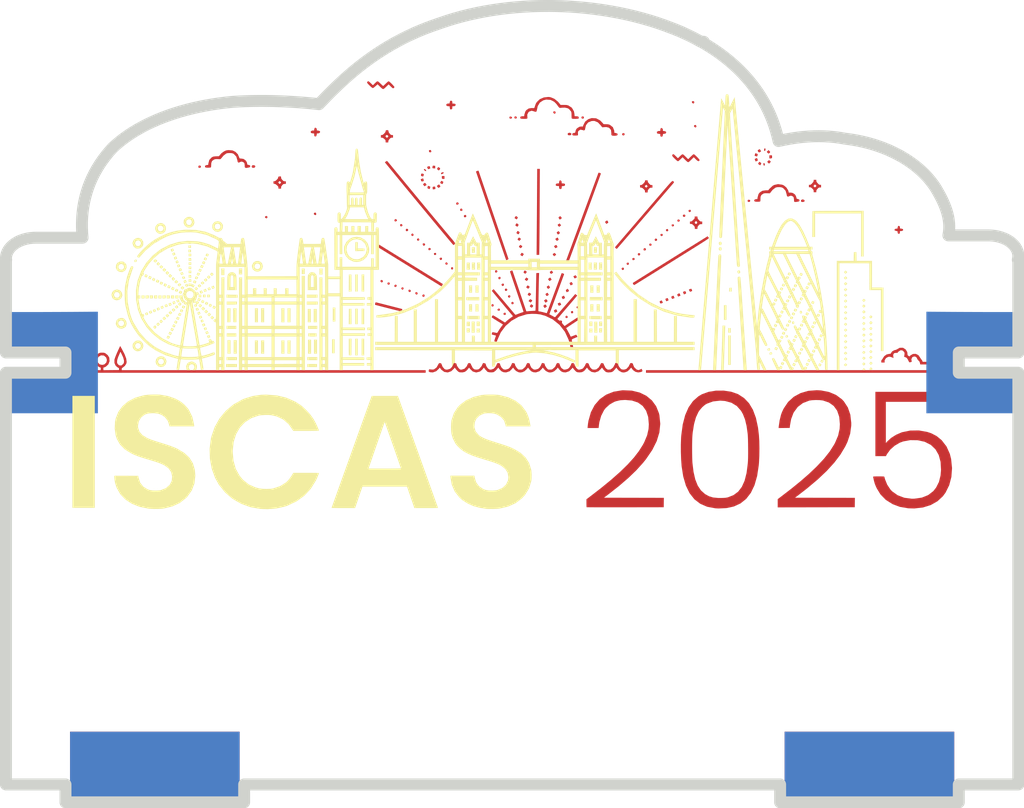
<source format=kicad_pcb>
(kicad_pcb (version 20241229) (generator "pcbnew") (generator_version "9.0")
  (layers (0 "F.Cu" signal) (2 "B.Cu" signal) (5 "F.SilkS" user "F.Silkscreen") (7 "B.SilkS" user "B.Silkscreen") (1 "F.Mask" user) (3 "B.Mask" user) (25 "Edge.Cuts" user))
  (net 0 "")
  (footprint "Graphics" (layer "F.Cu") (at 103.195 60.865)
    (property "Reference" "" (at 0 0 0) (layer "F.SilkS") (effects (font (size 1.27 1.27))))
    (property "Value" "")
  )
  (footprint "Graphics" (layer "F.Cu") (at 103.195 60.865)
    (property "Reference" "" (at 0 0 0) (layer "F.SilkS") (effects (font (size 1.27 1.27))))
    (property "Value" "")
  )
  (footprint "Graphics" (layer "F.Cu") (at 103.195 60.865)
    (property "Reference" "" (at 0 0 0) (layer "F.SilkS") (effects (font (size 1.27 1.27))))
    (property "Value" "")
  )
  (footprint "Graphics" (layer "F.Cu") (at 103.195 60.865)
    (property "Reference" "" (at 0 0 0) (layer "F.SilkS") (effects (font (size 1.27 1.27))))
    (property "Value" "")
    (fp_poly (pts (xy 48 25.3) (xy 47.982 25.396) (xy 47.931 25.369) (xy 47.909 25.283) (xy 47.931 25.244) (xy 47.986 25.207)) (fill yes) (layer "F.Cu"))
    (fp_poly (pts (xy 32.776 23.41) (xy 32.811 23.503) (xy 32.793 23.548) (xy 32.688 23.606) (xy 32.641 23.587) (xy 32.601 23.488) (xy 32.675 23.402)) (fill yes) (layer "F.Cu"))
    (fp_poly (pts (xy 33.377 23.662) (xy 33.39 23.718) (xy 33.338 23.818) (xy 33.266 23.819) (xy 33.191 23.733) (xy 33.2 23.68) (xy 33.293 23.613)) (fill yes) (layer "F.Cu"))
    (fp_poly (pts (xy 34.172 19.117) (xy 34.232 19.206) (xy 34.191 19.3) (xy 34.13 19.32) (xy 34.051 19.281) (xy 34.031 19.177) (xy 34.108 19.11)) (fill yes) (layer "F.Cu"))
    (fp_poly (pts (xy 34.65 19.52) (xy 34.709 19.587) (xy 34.687 19.687) (xy 34.59 19.715) (xy 34.531 19.681) (xy 34.512 19.578) (xy 34.592 19.514)) (fill yes) (layer "F.Cu"))
    (fp_poly (pts (xy 37.556 22.013) (xy 37.517 22.12) (xy 37.42 22.126) (xy 37.393 22.103) (xy 37.372 21.987) (xy 37.401 21.949) (xy 37.504 21.932)) (fill yes) (layer "F.Cu"))
    (fp_poly (pts (xy 41.267 22.276) (xy 41.258 22.325) (xy 41.159 22.4) (xy 41.092 22.374) (xy 41.063 22.28) (xy 41.102 22.194) (xy 41.208 22.193)) (fill yes) (layer "F.Cu"))
    (fp_poly (pts (xy 47.143 26.039) (xy 47.17 26.152) (xy 47.136 26.189) (xy 47.024 26.207) (xy 46.988 26.169) (xy 46.98 26.064) (xy 47.055 26.004)) (fill yes) (layer "F.Cu"))
    (fp_poly (pts (xy 51.869 21.991) (xy 51.892 22.091) (xy 51.83 22.17) (xy 51.748 22.165) (xy 51.693 22.076) (xy 51.692 22.031) (xy 51.782 21.964)) (fill yes) (layer "F.Cu"))
    (fp_poly (pts (xy 53.701 20.351) (xy 53.739 20.454) (xy 53.701 20.519) (xy 53.576 20.531) (xy 53.536 20.49) (xy 53.544 20.378) (xy 53.631 20.324)) (fill yes) (layer "F.Cu"))
    (fp_poly (pts (xy 55.587 18.757) (xy 55.613 18.863) (xy 55.535 18.925) (xy 55.465 18.914) (xy 55.408 18.823) (xy 55.429 18.769) (xy 55.531 18.723)) (fill yes) (layer "F.Cu"))
    (fp_poly (pts (xy 56.573 17.976) (xy 56.58 18.02) (xy 56.525 18.112) (xy 56.467 18.12) (xy 56.381 18.081) (xy 56.381 17.962) (xy 56.477 17.92)) (fill yes) (layer "F.Cu"))
    (fp_poly (pts (xy 57.022 17.539) (xy 57.044 17.57) (xy 57.032 17.674) (xy 56.94 17.72) (xy 56.849 17.671) (xy 56.83 17.581) (xy 56.915 17.508)) (fill yes) (layer "F.Cu"))
    (fp_poly (pts (xy 16.338 13.414) (xy 16.372 13.472) (xy 16.345 13.575) (xy 16.264 13.596) (xy 16.175 13.581) (xy 16.16 13.559) (xy 16.164 13.439) (xy 16.215 13.398)) (fill yes) (layer "F.Cu"))
    (fp_poly (pts (xy 19.62 63.9) (xy 19.62 66.86) (xy 12.5 66.86) (xy 5.38 66.86) (xy 5.38 63.9) (xy 5.38 60.94) (xy 12.5 60.94) (xy 19.62 60.94)) (fill yes) (layer "F.Cu"))
    (fp_poly (pts (xy 21.945 17.68) (xy 21.96 17.739) (xy 21.909 17.833) (xy 21.801 17.809) (xy 21.779 17.789) (xy 21.743 17.723) (xy 21.761 17.684) (xy 21.856 17.626)) (fill yes) (layer "F.Cu"))
    (fp_poly (pts (xy 26.016 17.371) (xy 26.059 17.477) (xy 26.025 17.545) (xy 25.962 17.563) (xy 25.926 17.55) (xy 25.844 17.461) (xy 25.879 17.377) (xy 25.972 17.346)) (fill yes) (layer "F.Cu"))
    (fp_poly (pts (xy 32.207 23.237) (xy 32.227 23.345) (xy 32.2 23.38) (xy 32.109 23.414) (xy 32.064 23.389) (xy 32.024 23.286) (xy 32.057 23.233) (xy 32.172 23.21)) (fill yes) (layer "F.Cu"))
    (fp_poly (pts (xy 33.75 18.751) (xy 33.78 18.81) (xy 33.725 18.892) (xy 33.663 18.92) (xy 33.593 18.883) (xy 33.56 18.805) (xy 33.616 18.723) (xy 33.674 18.7)) (fill yes) (layer "F.Cu"))
    (fp_poly (pts (xy 33.943 23.832) (xy 33.999 23.928) (xy 33.993 23.969) (xy 33.903 24.024) (xy 33.856 24.016) (xy 33.785 23.93) (xy 33.827 23.828) (xy 33.84 23.82)) (fill yes) (layer "F.Cu"))
    (fp_poly (pts (xy 34.555 24.074) (xy 34.563 24.176) (xy 34.519 24.221) (xy 34.468 24.236) (xy 34.42 24.214) (xy 34.362 24.125) (xy 34.406 24.035) (xy 34.458 24.02)) (fill yes) (layer "F.Cu"))
    (fp_poly (pts (xy 35.136 24.244) (xy 35.155 24.349) (xy 35.116 24.409) (xy 35.051 24.436) (xy 35.015 24.419) (xy 34.959 24.358) (xy 34.972 24.265) (xy 35.065 24.218)) (fill yes) (layer "F.Cu"))
    (fp_poly (pts (xy 35.18 19.972) (xy 35.2 20.027) (xy 35.151 20.109) (xy 35.094 20.14) (xy 35.024 20.099) (xy 34.986 19.993) (xy 35.001 19.959) (xy 35.086 19.921)) (fill yes) (layer "F.Cu"))
    (fp_poly (pts (xy 35.672 20.392) (xy 35.669 20.442) (xy 35.587 20.51) (xy 35.486 20.498) (xy 35.484 20.496) (xy 35.465 20.391) (xy 35.499 20.331) (xy 35.603 20.313)) (fill yes) (layer "F.Cu"))
    (fp_poly (pts (xy 35.676 12.111) (xy 35.72 12.212) (xy 35.696 12.276) (xy 35.591 12.292) (xy 35.54 12.26) (xy 35.509 12.15) (xy 35.537 12.113) (xy 35.639 12.09)) (fill yes) (layer "F.Cu"))
    (fp_poly (pts (xy 36.107 20.757) (xy 36.128 20.863) (xy 36.034 20.92) (xy 36.03 20.92) (xy 35.951 20.889) (xy 35.932 20.783) (xy 35.957 20.753) (xy 36.072 20.73)) (fill yes) (layer "F.Cu"))
    (fp_poly (pts (xy 36.581 21.141) (xy 36.62 21.229) (xy 36.576 21.309) (xy 36.512 21.337) (xy 36.46 21.314) (xy 36.404 21.219) (xy 36.432 21.158) (xy 36.551 21.128)) (fill yes) (layer "F.Cu"))
    (fp_poly (pts (xy 37.089 21.611) (xy 37.081 21.669) (xy 37.042 21.72) (xy 36.996 21.73) (xy 36.925 21.709) (xy 36.884 21.613) (xy 36.944 21.533) (xy 37.009 21.528)) (fill yes) (layer "F.Cu"))
    (fp_poly (pts (xy 37.99 16.532) (xy 38.02 16.59) (xy 37.961 16.675) (xy 37.854 16.692) (xy 37.82 16.67) (xy 37.801 16.556) (xy 37.884 16.482) (xy 37.904 16.48)) (fill yes) (layer "F.Cu"))
    (fp_poly (pts (xy 38.3 17.04) (xy 38.333 17.153) (xy 38.309 17.189) (xy 38.205 17.218) (xy 38.141 17.181) (xy 38.138 17.057) (xy 38.164 17.031) (xy 38.262 17.01)) (fill yes) (layer "F.Cu"))
    (fp_poly (pts (xy 38.65 17.597) (xy 38.643 17.701) (xy 38.616 17.729) (xy 38.503 17.747) (xy 38.471 17.716) (xy 38.44 17.639) (xy 38.502 17.557) (xy 38.566 17.54)) (fill yes) (layer "F.Cu"))
    (fp_poly (pts (xy 40.91 25.048) (xy 40.96 25.136) (xy 40.905 25.233) (xy 40.86 25.24) (xy 40.784 25.216) (xy 40.765 25.11) (xy 40.81 25.048) (xy 40.88 25.03)) (fill yes) (layer "F.Cu"))
    (fp_poly (pts (xy 41.451 25.421) (xy 41.478 25.517) (xy 41.456 25.576) (xy 41.351 25.594) (xy 41.289 25.559) (xy 41.266 25.495) (xy 41.281 25.464) (xy 41.38 25.402)) (fill yes) (layer "F.Cu"))
    (fp_poly (pts (xy 41.515 22.766) (xy 41.537 22.859) (xy 41.496 22.929) (xy 41.404 22.953) (xy 41.376 22.935) (xy 41.333 22.826) (xy 41.368 22.771) (xy 41.469 22.738)) (fill yes) (layer "F.Cu"))
    (fp_poly (pts (xy 41.781 23.321) (xy 41.819 23.406) (xy 41.768 23.5) (xy 41.713 23.52) (xy 41.64 23.48) (xy 41.606 23.389) (xy 41.631 23.344) (xy 41.74 23.305)) (fill yes) (layer "F.Cu"))
    (fp_poly (pts (xy 41.947 25.777) (xy 41.976 25.884) (xy 41.908 25.953) (xy 41.803 25.923) (xy 41.8 25.92) (xy 41.764 25.851) (xy 41.801 25.793) (xy 41.902 25.745)) (fill yes) (layer "F.Cu"))
    (fp_poly (pts (xy 42.076 23.773) (xy 42.1 23.828) (xy 42.042 23.922) (xy 41.932 23.925) (xy 41.911 23.909) (xy 41.888 23.803) (xy 41.957 23.724) (xy 41.982 23.72)) (fill yes) (layer "F.Cu"))
    (fp_poly (pts (xy 42.321 24.301) (xy 42.359 24.386) (xy 42.308 24.48) (xy 42.253 24.5) (xy 42.18 24.46) (xy 42.146 24.369) (xy 42.171 24.324) (xy 42.28 24.285)) (fill yes) (layer "F.Cu"))
    (fp_poly (pts (xy 42.469 9.324) (xy 42.493 9.4) (xy 42.46 9.44) (xy 42.343 9.474) (xy 42.293 9.443) (xy 42.266 9.334) (xy 42.284 9.304) (xy 42.391 9.282)) (fill yes) (layer "F.Cu"))
    (fp_poly (pts (xy 42.623 24.898) (xy 42.621 25.006) (xy 42.603 25.027) (xy 42.501 25.05) (xy 42.464 25.029) (xy 42.425 24.932) (xy 42.49 24.849) (xy 42.533 24.84)) (fill yes) (layer "F.Cu"))
    (fp_poly (pts (xy 42.882 9.314) (xy 42.894 9.411) (xy 42.875 9.435) (xy 42.752 9.463) (xy 42.711 9.432) (xy 42.681 9.326) (xy 42.771 9.261) (xy 42.792 9.26)) (fill yes) (layer "F.Cu"))
    (fp_poly (pts (xy 46.159 8.926) (xy 46.123 9.027) (xy 46.07 9.056) (xy 46.04 9.046) (xy 45.947 8.96) (xy 45.974 8.86) (xy 45.987 8.85) (xy 46.097 8.843)) (fill yes) (layer "F.Cu"))
    (fp_poly (pts (xy 47.607 25.637) (xy 47.63 25.749) (xy 47.596 25.789) (xy 47.504 25.813) (xy 47.476 25.795) (xy 47.432 25.688) (xy 47.459 25.641) (xy 47.569 25.608)) (fill yes) (layer "F.Cu"))
    (fp_poly (pts (xy 48.509 9.304) (xy 48.527 9.417) (xy 48.496 9.449) (xy 48.375 9.468) (xy 48.356 9.455) (xy 48.312 9.348) (xy 48.339 9.301) (xy 48.454 9.265)) (fill yes) (layer "F.Cu"))
    (fp_poly (pts (xy 51.932 10.709) (xy 51.952 10.751) (xy 51.92 10.851) (xy 51.819 10.877) (xy 51.748 10.829) (xy 51.733 10.739) (xy 51.736 10.73) (xy 51.829 10.666)) (fill yes) (layer "F.Cu"))
    (fp_poly (pts (xy 52.299 21.588) (xy 52.293 21.703) (xy 52.238 21.738) (xy 52.156 21.734) (xy 52.139 21.719) (xy 52.109 21.61) (xy 52.137 21.573) (xy 52.248 21.545)) (fill yes) (layer "F.Cu"))
    (fp_poly (pts (xy 52.769 21.184) (xy 52.79 21.282) (xy 52.76 21.32) (xy 52.65 21.351) (xy 52.613 21.323) (xy 52.59 21.211) (xy 52.624 21.171) (xy 52.737 21.153)) (fill yes) (layer "F.Cu"))
    (fp_poly (pts (xy 53.243 20.8) (xy 53.26 20.855) (xy 53.204 20.937) (xy 53.146 20.96) (xy 53.08 20.92) (xy 53.04 20.85) (xy 53.095 20.768) (xy 53.157 20.74)) (fill yes) (layer "F.Cu"))
    (fp_poly (pts (xy 54.189 19.984) (xy 54.213 20.076) (xy 54.195 20.104) (xy 54.088 20.148) (xy 54.041 20.121) (xy 54.007 20.008) (xy 54.031 19.971) (xy 54.142 19.948)) (fill yes) (layer "F.Cu"))
    (fp_poly (pts (xy 54.658 19.579) (xy 54.68 19.643) (xy 54.625 19.716) (xy 54.566 19.74) (xy 54.5 19.7) (xy 54.46 19.63) (xy 54.515 19.548) (xy 54.579 19.52)) (fill yes) (layer "F.Cu"))
    (fp_poly (pts (xy 55.129 19.164) (xy 55.153 19.256) (xy 55.135 19.284) (xy 55.028 19.328) (xy 54.981 19.301) (xy 54.948 19.191) (xy 54.977 19.153) (xy 55.089 19.13)) (fill yes) (layer "F.Cu"))
    (fp_poly (pts (xy 56.071 18.361) (xy 56.091 18.449) (xy 56.088 18.456) (xy 56.002 18.518) (xy 55.913 18.49) (xy 55.892 18.384) (xy 55.917 18.353) (xy 56.033 18.332)) (fill yes) (layer "F.Cu"))
    (fp_poly (pts (xy 57.487 17.137) (xy 57.514 17.246) (xy 57.417 17.31) (xy 57.336 17.283) (xy 57.332 17.277) (xy 57.311 17.164) (xy 57.337 17.133) (xy 57.452 17.11)) (fill yes) (layer "F.Cu"))
    (fp_poly (pts (xy 57.797 8.061) (xy 57.8 8.087) (xy 57.753 8.193) (xy 57.645 8.165) (xy 57.629 8.151) (xy 57.585 8.051) (xy 57.611 8.011) (xy 57.721 7.982)) (fill yes) (layer "F.Cu"))
    (fp_poly (pts (xy 57.936 10.011) (xy 57.979 10.117) (xy 57.945 10.185) (xy 57.882 10.203) (xy 57.846 10.19) (xy 57.765 10.099) (xy 57.791 10.019) (xy 57.894 9.988)) (fill yes) (layer "F.Cu"))
    (fp_poly (pts (xy 62.463 16.285) (xy 62.489 16.326) (xy 62.472 16.43) (xy 62.384 16.456) (xy 62.295 16.441) (xy 62.28 16.419) (xy 62.279 16.307) (xy 62.328 16.269)) (fill yes) (layer "F.Cu"))
    (fp_poly (pts (xy 63.687 13.202) (xy 63.711 13.293) (xy 63.708 13.392) (xy 63.698 13.402) (xy 63.633 13.405) (xy 63.605 13.319) (xy 63.597 13.224) (xy 63.623 13.198)) (fill yes) (layer "F.Cu"))
    (fp_poly (pts (xy 78.38 30.69) (xy 78.38 30.8) (xy 66.06 30.8) (xy 53.74 30.8) (xy 53.74 30.69) (xy 53.74 30.58) (xy 66.06 30.58) (xy 78.38 30.58)) (fill yes) (layer "F.Cu"))
    (fp_poly (pts (xy 78.792 30.604) (xy 78.945 30.61) (xy 78.947 30.715) (xy 78.95 30.82) (xy 78.795 30.82) (xy 78.64 30.82) (xy 78.64 30.709) (xy 78.64 30.598)) (fill yes) (layer "F.Cu"))
    (fp_poly (pts (xy 79.62 63.9) (xy 79.62 66.86) (xy 72.5 66.86) (xy 65.38 66.86) (xy 65.38 63.9) (xy 65.38 60.94) (xy 72.5 60.94) (xy 79.62 60.94)) (fill yes) (layer "F.Cu"))
    (fp_poly (pts (xy 20.937 13.452) (xy 20.94 13.48) (xy 20.876 13.578) (xy 20.731 13.594) (xy 20.687 13.58) (xy 20.624 13.492) (xy 20.668 13.393) (xy 20.693 13.379) (xy 20.85 13.369)) (fill yes) (layer "F.Cu"))
    (fp_poly (pts (xy 31.627 23.042) (xy 31.628 23.043) (xy 31.651 23.141) (xy 31.62 23.18) (xy 31.556 23.216) (xy 31.506 23.2) (xy 31.435 23.114) (xy 31.478 23.023) (xy 31.534 23.004)) (fill yes) (layer "F.Cu"))
    (fp_poly (pts (xy 32.771 17.909) (xy 32.834 17.998) (xy 32.812 18.05) (xy 32.712 18.102) (xy 32.62 18.06) (xy 32.62 18.059) (xy 32.632 17.942) (xy 32.672 17.907) (xy 32.741 17.891)) (fill yes) (layer "F.Cu"))
    (fp_poly (pts (xy 33.213 18.311) (xy 33.289 18.387) (xy 33.282 18.465) (xy 33.262 18.482) (xy 33.17 18.514) (xy 33.124 18.489) (xy 33.087 18.39) (xy 33.118 18.338) (xy 33.188 18.303)) (fill yes) (layer "F.Cu"))
    (fp_poly (pts (xy 35.229 13.742) (xy 35.287 13.813) (xy 35.279 13.842) (xy 35.241 13.876) (xy 35.159 13.819) (xy 35.151 13.812) (xy 35.087 13.744) (xy 35.098 13.712) (xy 35.15 13.685)) (fill yes) (layer "F.Cu"))
    (fp_poly (pts (xy 46.118 20.779) (xy 46.138 20.807) (xy 46.198 20.894) (xy 46.109 20.956) (xy 46.021 21.019) (xy 45.961 20.931) (xy 45.901 20.844) (xy 45.965 20.796) (xy 46.061 20.736)) (fill yes) (layer "F.Cu"))
    (fp_poly (pts (xy 46.616 17.728) (xy 46.678 17.814) (xy 46.59 17.878) (xy 46.502 17.941) (xy 46.439 17.849) (xy 46.393 17.764) (xy 46.443 17.708) (xy 46.502 17.672) (xy 46.556 17.657)) (fill yes) (layer "F.Cu"))
    (fp_poly (pts (xy 47.23 23.841) (xy 47.28 23.939) (xy 47.181 23.99) (xy 47.081 24.04) (xy 47.053 23.985) (xy 47.01 23.87) (xy 47.064 23.808) (xy 47.09 23.793) (xy 47.181 23.742)) (fill yes) (layer "F.Cu"))
    (fp_poly (pts (xy 47.453 10.691) (xy 47.48 10.751) (xy 47.437 10.842) (xy 47.323 10.86) (xy 47.204 10.846) (xy 47.184 10.836) (xy 47.165 10.731) (xy 47.204 10.671) (xy 47.336 10.642)) (fill yes) (layer "F.Cu"))
    (fp_poly (pts (xy 63.777 11.994) (xy 63.772 12.025) (xy 63.76 12.133) (xy 63.717 12.18) (xy 63.71 12.18) (xy 63.664 12.158) (xy 63.66 12.092) (xy 63.675 11.971) (xy 63.733 11.956)) (fill yes) (layer "F.Cu"))
    (fp_poly (pts (xy 64.165 13.014) (xy 64.177 13.027) (xy 64.224 13.077) (xy 64.147 13.16) (xy 64.07 13.242) (xy 63.995 13.165) (xy 63.919 13.088) (xy 63.986 13.011) (xy 64.071 12.95)) (fill yes) (layer "F.Cu"))
    (fp_poly (pts (xy 64.325 12.632) (xy 64.324 12.763) (xy 64.249 12.799) (xy 64.208 12.8) (xy 64.1 12.8) (xy 64.1 12.67) (xy 64.1 12.54) (xy 64.207 12.54) (xy 64.315 12.54)) (fill yes) (layer "F.Cu"))
    (fp_poly (pts (xy 67.033 16.288) (xy 67.06 16.357) (xy 67.022 16.441) (xy 66.897 16.46) (xy 66.786 16.447) (xy 66.761 16.421) (xy 66.761 16.299) (xy 66.882 16.24) (xy 66.896 16.24)) (fill yes) (layer "F.Cu"))
    (fp_poly (pts (xy 6.06 30.6) (xy 6.06 30.71) (xy 6.06 30.82) (xy 5.94 30.82) (xy 5.833 30.817) (xy 5.819 30.815) (xy 5.815 30.745) (xy 5.814 30.705) (xy 5.81 30.6) (xy 5.935 30.6)) (fill yes) (layer "F.Cu"))
    (fp_poly (pts (xy 36.734 13.972) (xy 36.753 14.03) (xy 36.666 14.087) (xy 36.663 14.089) (xy 36.565 14.138) (xy 36.542 14.086) (xy 36.524 14.03) (xy 36.588 13.996) (xy 36.619 13.98) (xy 36.702 13.947)) (fill yes) (layer "F.Cu"))
    (fp_poly (pts (xy 36.82 14.4) (xy 36.82 14.52) (xy 36.723 14.52) (xy 36.623 14.511) (xy 36.613 14.507) (xy 36.601 14.428) (xy 36.6 14.387) (xy 36.6 14.28) (xy 36.71 14.28) (xy 36.82 14.28)) (fill yes) (layer "F.Cu"))
    (fp_poly (pts (xy 42.97 18.304) (xy 43.043 18.367) (xy 43.033 18.409) (xy 42.978 18.495) (xy 42.94 18.539) (xy 42.877 18.5) (xy 42.845 18.478) (xy 42.76 18.418) (xy 42.82 18.33) (xy 42.881 18.241)) (fill yes) (layer "F.Cu"))
    (fp_poly (pts (xy 46.25 25.559) (xy 46.3 25.659) (xy 46.201 25.71) (xy 46.107 25.755) (xy 46.096 25.76) (xy 46.064 25.7) (xy 46.046 25.659) (xy 46.002 25.56) (xy 46.101 25.51) (xy 46.199 25.46)) (fill yes) (layer "F.Cu"))
    (fp_poly (pts (xy 36.029 15.172) (xy 36.048 15.26) (xy 36.057 15.36) (xy 36.056 15.37) (xy 35.986 15.384) (xy 35.948 15.389) (xy 35.846 15.403) (xy 35.833 15.339) (xy 35.823 15.209) (xy 35.868 15.18) (xy 35.975 15.168)) (fill yes) (layer "F.Cu"))
    (fp_poly (pts (xy 43.651 22.263) (xy 43.738 22.325) (xy 43.685 22.398) (xy 43.626 22.477) (xy 43.621 22.483) (xy 43.558 22.459) (xy 43.525 22.437) (xy 43.457 22.375) (xy 43.492 22.297) (xy 43.516 22.265) (xy 43.564 22.201)) (fill yes) (layer "F.Cu"))
    (fp_poly (pts (xy 44.193 25.102) (xy 44.266 25.163) (xy 44.254 25.207) (xy 44.198 25.295) (xy 44.147 25.335) (xy 44.055 25.286) (xy 43.983 25.227) (xy 43.98 25.221) (xy 44.019 25.156) (xy 44.042 25.124) (xy 44.103 25.04)) (fill yes) (layer "F.Cu"))
    (fp_poly (pts (xy 46.348 19.496) (xy 46.37 19.532) (xy 46.408 19.617) (xy 46.354 19.674) (xy 46.3 19.706) (xy 46.246 19.719) (xy 46.186 19.651) (xy 46.123 19.566) (xy 46.212 19.503) (xy 46.298 19.445) (xy 46.309 19.44)) (fill yes) (layer "F.Cu"))
    (fp_poly (pts (xy 47.589 28.472) (xy 47.6 28.488) (xy 47.613 28.578) (xy 47.625 28.64) (xy 47.503 28.64) (xy 47.398 28.633) (xy 47.38 28.595) (xy 47.367 28.505) (xy 47.373 28.467) (xy 47.469 28.46) (xy 47.478 28.46)) (fill yes) (layer "F.Cu"))
    (fp_poly (pts (xy 55.111 24.822) (xy 55.161 24.921) (xy 55.111 24.94) (xy 55.01 24.979) (xy 54.954 24.977) (xy 54.919 24.918) (xy 54.886 24.822) (xy 54.887 24.812) (xy 54.956 24.765) (xy 54.978 24.755) (xy 55.061 24.723)) (fill yes) (layer "F.Cu"))
    (fp_poly (pts (xy 64.082 12.155) (xy 64.162 12.253) (xy 64.149 12.307) (xy 64.117 12.338) (xy 64.035 12.397) (xy 64.027 12.399) (xy 63.964 12.349) (xy 63.943 12.323) (xy 63.882 12.246) (xy 63.957 12.173) (xy 64.032 12.1)) (fill yes) (layer "F.Cu"))
    (fp_poly (pts (xy 34.916 14.068) (xy 35.01 14.092) (xy 35.083 14.113) (xy 35.08 14.18) (xy 35.049 14.281) (xy 35.029 14.311) (xy 34.947 14.301) (xy 34.925 14.297) (xy 34.847 14.259) (xy 34.856 14.154) (xy 34.861 14.134) (xy 34.903 14.067)) (fill yes) (layer "F.Cu"))
    (fp_poly (pts (xy 35.054 14.553) (xy 35.067 14.594) (xy 35.085 14.687) (xy 35.022 14.719) (xy 34.957 14.731) (xy 34.889 14.728) (xy 34.853 14.648) (xy 34.825 14.557) (xy 34.825 14.549) (xy 34.898 14.519) (xy 34.999 14.487) (xy 35.028 14.482)) (fill yes) (layer "F.Cu"))
    (fp_poly (pts (xy 35.529 15.133) (xy 35.622 15.173) (xy 35.63 15.18) (xy 35.617 15.25) (xy 35.581 15.349) (xy 35.561 15.378) (xy 35.49 15.352) (xy 35.463 15.343) (xy 35.389 15.294) (xy 35.405 15.191) (xy 35.418 15.156) (xy 35.438 15.102)) (fill yes) (layer "F.Cu"))
    (fp_poly (pts (xy 35.969 13.42) (xy 35.972 13.42) (xy 36.04 13.42) (xy 36.04 13.53) (xy 36.04 13.64) (xy 35.965 13.637) (xy 35.846 13.626) (xy 35.843 13.626) (xy 35.803 13.592) (xy 35.809 13.543) (xy 35.838 13.424) (xy 35.873 13.409)) (fill yes) (layer "F.Cu"))
    (fp_poly (pts (xy 36.369 13.562) (xy 36.461 13.635) (xy 36.43 13.717) (xy 36.418 13.732) (xy 36.357 13.808) (xy 36.352 13.815) (xy 36.296 13.781) (xy 36.264 13.758) (xy 36.197 13.693) (xy 36.234 13.612) (xy 36.253 13.586) (xy 36.301 13.522)) (fill yes) (layer "F.Cu"))
    (fp_poly (pts (xy 43.133 19.475) (xy 43.218 19.534) (xy 43.24 19.553) (xy 43.201 19.622) (xy 43.133 19.705) (xy 43.112 19.72) (xy 43.039 19.678) (xy 43.02 19.663) (xy 42.951 19.605) (xy 43.008 19.523) (xy 43.067 19.445) (xy 43.073 19.44)) (fill yes) (layer "F.Cu"))
    (fp_poly (pts (xy 43.374 20.755) (xy 43.459 20.815) (xy 43.48 20.834) (xy 43.445 20.892) (xy 43.382 20.984) (xy 43.354 21.018) (xy 43.298 20.979) (xy 43.266 20.955) (xy 43.182 20.894) (xy 43.244 20.807) (xy 43.306 20.727) (xy 43.314 20.72)) (fill yes) (layer "F.Cu"))
    (fp_poly (pts (xy 43.731 22.82) (xy 43.844 22.903) (xy 43.857 22.912) (xy 43.828 22.967) (xy 43.766 23.06) (xy 43.733 23.1) (xy 43.676 23.062) (xy 43.644 23.038) (xy 43.56 22.977) (xy 43.621 22.888) (xy 43.684 22.807) (xy 43.694 22.8)) (fill yes) (layer "F.Cu"))
    (fp_poly (pts (xy 44.008 24.119) (xy 44.1 24.182) (xy 44.039 24.271) (xy 43.981 24.352) (xy 43.974 24.359) (xy 43.916 24.326) (xy 43.895 24.313) (xy 43.813 24.259) (xy 43.808 24.254) (xy 43.822 24.203) (xy 43.897 24.082) (xy 43.944 24.079)) (fill yes) (layer "F.Cu"))
    (fp_poly (pts (xy 44.096 24.657) (xy 44.12 24.673) (xy 44.199 24.725) (xy 44.136 24.812) (xy 44.07 24.893) (xy 44.06 24.9) (xy 43.994 24.862) (xy 43.963 24.84) (xy 43.88 24.78) (xy 43.942 24.695) (xy 44.011 24.62) (xy 44.023 24.615)) (fill yes) (layer "F.Cu"))
    (fp_poly (pts (xy 45.406 24.672) (xy 45.467 24.76) (xy 45.48 24.789) (xy 45.426 24.834) (xy 45.393 24.858) (xy 45.306 24.918) (xy 45.243 24.828) (xy 45.185 24.742) (xy 45.18 24.732) (xy 45.233 24.69) (xy 45.325 24.634) (xy 45.357 24.62)) (fill yes) (layer "F.Cu"))
    (fp_poly (pts (xy 45.609 23.513) (xy 45.667 23.606) (xy 45.68 23.639) (xy 45.629 23.691) (xy 45.543 23.751) (xy 45.52 23.76) (xy 45.475 23.705) (xy 45.455 23.675) (xy 45.4 23.59) (xy 45.475 23.525) (xy 45.554 23.464) (xy 45.562 23.46)) (fill yes) (layer "F.Cu"))
    (fp_poly (pts (xy 45.759 22.889) (xy 45.82 22.978) (xy 45.732 23.039) (xy 45.645 23.095) (xy 45.634 23.1) (xy 45.59 23.046) (xy 45.573 23.02) (xy 45.523 22.939) (xy 45.52 22.931) (xy 45.574 22.886) (xy 45.609 22.861) (xy 45.698 22.8)) (fill yes) (layer "F.Cu"))
    (fp_poly (pts (xy 45.907 22.331) (xy 45.94 22.384) (xy 45.887 22.429) (xy 45.796 22.486) (xy 45.765 22.5) (xy 45.716 22.446) (xy 45.705 22.43) (xy 45.661 22.349) (xy 45.66 22.343) (xy 45.709 22.294) (xy 45.795 22.234) (xy 45.827 22.222)) (fill yes) (layer "F.Cu"))
    (fp_poly (pts (xy 46.56 24.956) (xy 46.608 25.054) (xy 46.62 25.09) (xy 46.595 25.106) (xy 46.509 25.142) (xy 46.495 25.148) (xy 46.421 25.18) (xy 46.371 25.081) (xy 46.32 24.982) (xy 46.413 24.941) (xy 46.51 24.903) (xy 46.522 24.9)) (fill yes) (layer "F.Cu"))
    (fp_poly (pts (xy 47.856 22.626) (xy 47.904 22.707) (xy 47.937 22.784) (xy 47.936 22.789) (xy 47.871 22.825) (xy 47.777 22.87) (xy 47.753 22.88) (xy 47.712 22.823) (xy 47.693 22.79) (xy 47.642 22.699) (xy 47.739 22.65) (xy 47.837 22.616)) (fill yes) (layer "F.Cu"))
    (fp_poly (pts (xy 55.6 24.614) (xy 55.631 24.709) (xy 55.63 24.72) (xy 55.559 24.757) (xy 55.532 24.766) (xy 55.444 24.796) (xy 55.403 24.704) (xy 55.371 24.608) (xy 55.372 24.597) (xy 55.441 24.563) (xy 55.47 24.553) (xy 55.559 24.523)) (fill yes) (layer "F.Cu"))
    (fp_poly (pts (xy 63.1 12.864) (xy 63.13 12.965) (xy 63.127 12.979) (xy 63.049 13.017) (xy 63.028 13.026) (xy 62.947 13.057) (xy 62.904 12.955) (xy 62.867 12.861) (xy 62.865 12.851) (xy 62.928 12.822) (xy 62.963 12.806) (xy 63.056 12.762)) (fill yes) (layer "F.Cu"))
    (fp_poly (pts (xy 63.327 12.074) (xy 63.382 12.169) (xy 63.4 12.207) (xy 63.345 12.251) (xy 63.254 12.296) (xy 63.235 12.3) (xy 63.175 12.255) (xy 63.116 12.148) (xy 63.152 12.095) (xy 63.193 12.072) (xy 63.281 12.024) (xy 63.291 12.02)) (fill yes) (layer "F.Cu"))
    (fp_poly (pts (xy 63.34 13.135) (xy 63.416 13.196) (xy 63.42 13.204) (xy 63.393 13.273) (xy 63.347 13.362) (xy 63.334 13.38) (xy 63.273 13.345) (xy 63.233 13.32) (xy 63.157 13.257) (xy 63.189 13.179) (xy 63.213 13.146) (xy 63.26 13.082)) (fill yes) (layer "F.Cu"))
    (fp_poly (pts (xy 35.22 14.883) (xy 35.28 14.963) (xy 35.32 15.016) (xy 35.242 15.078) (xy 35.162 15.136) (xy 35.154 15.14) (xy 35.102 15.09) (xy 35.081 15.065) (xy 35.023 14.986) (xy 35.02 14.977) (xy 35.071 14.924) (xy 35.101 14.899) (xy 35.169 14.851)) (fill yes) (layer "F.Cu"))
    (fp_poly (pts (xy 36.423 15.064) (xy 36.474 15.149) (xy 36.48 15.162) (xy 36.429 15.207) (xy 36.341 15.266) (xy 36.312 15.28) (xy 36.264 15.229) (xy 36.242 15.202) (xy 36.184 15.123) (xy 36.18 15.116) (xy 36.231 15.071) (xy 36.323 15.006) (xy 36.368 14.983)) (fill yes) (layer "F.Cu"))
    (fp_poly (pts (xy 42.895 17.68) (xy 42.971 17.747) (xy 42.98 17.763) (xy 42.946 17.831) (xy 42.892 17.91) (xy 42.88 17.92) (xy 42.816 17.884) (xy 42.79 17.867) (xy 42.71 17.813) (xy 42.704 17.809) (xy 42.73 17.753) (xy 42.794 17.667) (xy 42.824 17.64)) (fill yes) (layer "F.Cu"))
    (fp_poly (pts (xy 43.056 18.944) (xy 43.132 19.007) (xy 43.136 19.017) (xy 43.088 19.094) (xy 43.03 19.17) (xy 43.02 19.179) (xy 42.957 19.141) (xy 42.935 19.126) (xy 42.863 19.063) (xy 42.86 19.055) (xy 42.898 18.984) (xy 42.915 18.96) (xy 42.969 18.884)) (fill yes) (layer "F.Cu"))
    (fp_poly (pts (xy 43.254 20.099) (xy 43.276 20.114) (xy 43.351 20.169) (xy 43.356 20.172) (xy 43.329 20.226) (xy 43.263 20.31) (xy 43.23 20.339) (xy 43.17 20.308) (xy 43.094 20.251) (xy 43.072 20.212) (xy 43.114 20.143) (xy 43.177 20.066) (xy 43.186 20.061)) (fill yes) (layer "F.Cu"))
    (fp_poly (pts (xy 45.334 25.114) (xy 45.359 25.149) (xy 45.42 25.238) (xy 45.332 25.299) (xy 45.245 25.355) (xy 45.234 25.36) (xy 45.19 25.306) (xy 45.173 25.28) (xy 45.123 25.193) (xy 45.12 25.183) (xy 45.172 25.134) (xy 45.26 25.073) (xy 45.289 25.06)) (fill yes) (layer "F.Cu"))
    (fp_poly (pts (xy 46.238 20.105) (xy 46.295 20.194) (xy 46.304 20.243) (xy 46.242 20.289) (xy 46.153 20.337) (xy 46.143 20.34) (xy 46.089 20.286) (xy 46.07 20.26) (xy 46.023 20.181) (xy 46.022 20.174) (xy 46.082 20.13) (xy 46.104 20.114) (xy 46.192 20.063)) (fill yes) (layer "F.Cu"))
    (fp_poly (pts (xy 46.45 18.962) (xy 46.466 18.984) (xy 46.518 19.061) (xy 46.52 19.068) (xy 46.466 19.114) (xy 46.435 19.137) (xy 46.349 19.196) (xy 46.295 19.12) (xy 46.243 19.034) (xy 46.24 19.024) (xy 46.289 18.976) (xy 46.375 18.916) (xy 46.408 18.904)) (fill yes) (layer "F.Cu"))
    (fp_poly (pts (xy 46.901 24.421) (xy 46.938 24.516) (xy 46.938 24.527) (xy 46.874 24.563) (xy 46.78 24.61) (xy 46.755 24.62) (xy 46.72 24.562) (xy 46.704 24.529) (xy 46.663 24.439) (xy 46.66 24.43) (xy 46.718 24.392) (xy 46.757 24.371) (xy 46.854 24.322)) (fill yes) (layer "F.Cu"))
    (fp_poly (pts (xy 47.536 23.235) (xy 47.585 23.331) (xy 47.596 23.37) (xy 47.533 23.404) (xy 47.44 23.45) (xy 47.415 23.46) (xy 47.38 23.402) (xy 47.364 23.369) (xy 47.323 23.279) (xy 47.32 23.27) (xy 47.375 23.233) (xy 47.468 23.188) (xy 47.495 23.18)) (fill yes) (layer "F.Cu"))
    (fp_poly (pts (xy 50.528 18.08) (xy 50.577 18.168) (xy 50.58 18.177) (xy 50.529 18.226) (xy 50.441 18.287) (xy 50.413 18.3) (xy 50.37 18.246) (xy 50.353 18.22) (xy 50.303 18.139) (xy 50.3 18.131) (xy 50.354 18.086) (xy 50.388 18.062) (xy 50.475 18.001)) (fill yes) (layer "F.Cu"))
    (fp_poly (pts (xy 56.078 24.389) (xy 56.095 24.426) (xy 56.14 24.521) (xy 56.048 24.561) (xy 55.952 24.598) (xy 55.941 24.6) (xy 55.903 24.54) (xy 55.891 24.509) (xy 55.863 24.419) (xy 55.863 24.411) (xy 55.93 24.374) (xy 56.023 24.331) (xy 56.047 24.324)) (fill yes) (layer "F.Cu"))
    (fp_poly (pts (xy 56.581 24.189) (xy 56.597 24.226) (xy 56.639 24.322) (xy 56.548 24.361) (xy 56.453 24.398) (xy 56.443 24.4) (xy 56.405 24.342) (xy 56.395 24.32) (xy 56.361 24.231) (xy 56.36 24.224) (xy 56.415 24.184) (xy 56.511 24.135) (xy 56.55 24.124)) (fill yes) (layer "F.Cu"))
    (fp_poly (pts (xy 57.585 23.825) (xy 57.618 23.911) (xy 57.62 23.918) (xy 57.563 23.954) (xy 57.466 23.994) (xy 57.438 24) (xy 57.4 23.942) (xy 57.384 23.909) (xy 57.343 23.82) (xy 57.34 23.811) (xy 57.399 23.784) (xy 57.503 23.751) (xy 57.547 23.743)) (fill yes) (layer "F.Cu"))
    (fp_poly (pts (xy 35.591 13.502) (xy 35.605 13.541) (xy 35.627 13.632) (xy 35.604 13.653) (xy 35.508 13.69) (xy 35.507 13.69) (xy 35.437 13.701) (xy 35.434 13.694) (xy 35.398 13.609) (xy 35.391 13.594) (xy 35.359 13.519) (xy 35.444 13.48) (xy 35.541 13.442) (xy 35.551 13.44)) (fill yes) (layer "F.Cu"))
    (fp_poly (pts (xy 36.61 14.705) (xy 36.699 14.754) (xy 36.714 14.764) (xy 36.715 14.826) (xy 36.695 14.872) (xy 36.647 14.954) (xy 36.641 14.959) (xy 36.572 14.928) (xy 36.545 14.915) (xy 36.464 14.862) (xy 36.46 14.853) (xy 36.492 14.783) (xy 36.548 14.689) (xy 36.552 14.684)) (fill yes) (layer "F.Cu"))
    (fp_poly (pts (xy 43.86 23.495) (xy 43.959 23.558) (xy 43.967 23.602) (xy 43.933 23.658) (xy 43.866 23.735) (xy 43.855 23.739) (xy 43.777 23.7) (xy 43.764 23.691) (xy 43.691 23.637) (xy 43.687 23.634) (xy 43.714 23.572) (xy 43.732 23.546) (xy 43.789 23.469) (xy 43.793 23.463)) (fill yes) (layer "F.Cu"))
    (fp_poly (pts (xy 45.51 24.142) (xy 45.526 24.164) (xy 45.578 24.24) (xy 45.58 24.246) (xy 45.528 24.288) (xy 45.44 24.346) (xy 45.411 24.36) (xy 45.364 24.31) (xy 45.351 24.293) (xy 45.301 24.21) (xy 45.3 24.203) (xy 45.349 24.152) (xy 45.434 24.092) (xy 45.466 24.082)) (fill yes) (layer "F.Cu"))
    (fp_poly (pts (xy 46.531 18.313) (xy 46.552 18.343) (xy 46.609 18.425) (xy 46.54 18.483) (xy 46.457 18.538) (xy 46.448 18.54) (xy 46.389 18.486) (xy 46.37 18.46) (xy 46.323 18.381) (xy 46.322 18.374) (xy 46.382 18.33) (xy 46.404 18.314) (xy 46.48 18.262) (xy 46.486 18.26)) (fill yes) (layer "F.Cu"))
    (fp_poly (pts (xy 57.067 23.996) (xy 57.107 24.09) (xy 57.108 24.094) (xy 57.094 24.145) (xy 57.028 24.179) (xy 56.938 24.217) (xy 56.93 24.22) (xy 56.902 24.16) (xy 56.888 24.125) (xy 56.849 24.028) (xy 56.844 24.017) (xy 56.897 23.987) (xy 56.996 23.949) (xy 57.033 23.94)) (fill yes) (layer "F.Cu"))
    (fp_poly (pts (xy 63.005 12.391) (xy 63.105 12.426) (xy 63.114 12.429) (xy 63.12 12.487) (xy 63.105 12.539) (xy 63.068 12.631) (xy 63.061 12.639) (xy 62.988 12.618) (xy 62.955 12.608) (xy 62.866 12.577) (xy 62.86 12.573) (xy 62.879 12.505) (xy 62.89 12.465) (xy 62.921 12.362)) (fill yes) (layer "F.Cu"))
    (fp_poly (pts (xy 44.813 16.485) (xy 44.81 17.182) (xy 44.806 17.863) (xy 44.801 18.505) (xy 44.797 19.08) (xy 44.793 19.564) (xy 44.789 19.931) (xy 44.787 20.095) (xy 44.774 20.9) (xy 44.664 20.9) (xy 44.555 20.9) (xy 44.567 19.405) (xy 44.571 18.883) (xy 44.576 18.247) (xy 44.581 17.543) (xy 44.586 16.816) (xy 44.591 16.114) (xy 44.593 15.795) (xy 44.605 13.68) (xy 44.716 13.68) (xy 44.827 13.68)) (fill yes) (layer "F.Cu"))
    (fp_poly (pts (xy 26.084 10.287) (xy 26.1 10.377) (xy 26.1 10.46) (xy 26.196 10.46) (xy 26.35 10.504) (xy 26.38 10.58) (xy 26.312 10.68) (xy 26.196 10.7) (xy 26.1 10.7) (xy 26.1 10.786) (xy 26.054 10.931) (xy 25.983 10.96) (xy 25.904 10.936) (xy 25.882 10.846) (xy 25.88 10.808) (xy 25.88 10.705) (xy 25.757 10.696) (xy 25.628 10.669) (xy 25.607 10.65) (xy 25.589 10.534) (xy 25.701 10.466) (xy 25.77 10.46) (xy 25.88 10.46) (xy 25.88 10.371) (xy 25.927 10.238) (xy 25.988 10.22)) (fill yes) (layer "F.Cu"))
    (fp_poly (pts (xy 55.138 10.308) (xy 55.16 10.41) (xy 55.16 10.5) (xy 55.256 10.5) (xy 55.409 10.544) (xy 55.44 10.619) (xy 55.393 10.708) (xy 55.269 10.736) (xy 55.16 10.745) (xy 55.16 10.829) (xy 55.115 10.964) (xy 55.011 10.984) (xy 54.984 10.969) (xy 54.943 10.896) (xy 54.94 10.841) (xy 54.94 10.745) (xy 54.817 10.736) (xy 54.688 10.709) (xy 54.667 10.69) (xy 54.649 10.574) (xy 54.761 10.506) (xy 54.83 10.5) (xy 54.94 10.5) (xy 54.94 10.401) (xy 54.983 10.261) (xy 55.041 10.24)) (fill yes) (layer "F.Cu"))
    (fp_poly (pts (xy 46.644 14.708) (xy 46.66 14.807) (xy 46.66 14.9) (xy 46.758 14.9) (xy 46.894 14.917) (xy 46.942 14.975) (xy 46.931 15.072) (xy 46.867 15.115) (xy 46.785 15.124) (xy 46.67 15.13) (xy 46.664 15.23) (xy 46.643 15.341) (xy 46.636 15.355) (xy 46.541 15.38) (xy 46.461 15.341) (xy 46.441 15.235) (xy 46.44 15.211) (xy 46.44 15.12) (xy 46.322 15.12) (xy 46.186 15.094) (xy 46.155 15.007) (xy 46.215 14.917) (xy 46.334 14.9) (xy 46.44 14.9) (xy 46.44 14.803) (xy 46.487 14.663) (xy 46.553 14.64)) (fill yes) (layer "F.Cu"))
    (fp_poly (pts (xy 37.436 7.971) (xy 37.477 8.042) (xy 37.48 8.101) (xy 37.48 8.2) (xy 37.596 8.2) (xy 37.73 8.224) (xy 37.76 8.303) (xy 37.709 8.4) (xy 37.589 8.42) (xy 37.48 8.42) (xy 37.48 8.529) (xy 37.465 8.638) (xy 37.436 8.669) (xy 37.322 8.688) (xy 37.293 8.663) (xy 37.26 8.523) (xy 37.26 8.42) (xy 37.15 8.42) (xy 37.025 8.399) (xy 37 8.38) (xy 36.967 8.288) (xy 36.99 8.245) (xy 37.062 8.203) (xy 37.135 8.196) (xy 37.25 8.19) (xy 37.256 8.1) (xy 37.308 7.961) (xy 37.417 7.96)) (fill yes) (layer "F.Cu"))
    (fp_poly (pts (xy 75.046 18.507) (xy 75.064 18.6) (xy 75.07 18.69) (xy 75.175 18.696) (xy 75.288 18.723) (xy 75.31 18.745) (xy 75.333 18.821) (xy 75.3 18.86) (xy 75.192 18.899) (xy 75.16 18.9) (xy 75.06 18.9) (xy 75.06 18.996) (xy 75.043 19.104) (xy 75.036 19.116) (xy 74.935 19.131) (xy 74.891 19.096) (xy 74.86 18.982) (xy 74.86 18.976) (xy 74.86 18.9) (xy 74.77 18.9) (xy 74.636 18.858) (xy 74.6 18.793) (xy 74.668 18.717) (xy 74.767 18.7) (xy 74.86 18.7) (xy 74.86 18.624) (xy 74.905 18.49) (xy 74.969 18.46)) (fill yes) (layer "F.Cu"))
    (fp_poly (pts (xy 31.121 24.898) (xy 31.32 24.948) (xy 31.606 25.02) (xy 31.945 25.106) (xy 32.305 25.197) (xy 32.65 25.286) (xy 32.949 25.363) (xy 33.167 25.419) (xy 33.271 25.447) (xy 33.275 25.449) (xy 33.268 25.513) (xy 33.268 25.517) (xy 33.215 25.589) (xy 33.183 25.6) (xy 33.074 25.618) (xy 33.07 25.618) (xy 32.982 25.599) (xy 32.769 25.547) (xy 32.461 25.471) (xy 32.089 25.376) (xy 32.01 25.356) (xy 31.632 25.26) (xy 31.317 25.178) (xy 31.093 25.12) (xy 30.989 25.092) (xy 30.985 25.091) (xy 30.993 25.023) (xy 31.024 24.918) (xy 31.043 24.88)) (fill yes) (layer "F.Cu"))
    (fp_poly (pts (xy 33.966 21.669) (xy 34.552 22.031) (xy 35.095 22.366) (xy 35.58 22.666) (xy 35.992 22.921) (xy 36.316 23.121) (xy 36.537 23.258) (xy 36.64 23.322) (xy 36.645 23.325) (xy 36.688 23.353) (xy 36.629 23.447) (xy 36.569 23.531) (xy 36.56 23.538) (xy 36.492 23.497) (xy 36.303 23.381) (xy 36.007 23.199) (xy 35.62 22.96) (xy 35.156 22.674) (xy 34.63 22.349) (xy 34.057 21.995) (xy 33.95 21.928) (xy 33.37 21.57) (xy 32.833 21.239) (xy 32.356 20.944) (xy 31.953 20.696) (xy 31.639 20.502) (xy 31.429 20.373) (xy 31.337 20.317) (xy 31.334 20.315) (xy 31.323 20.244) (xy 31.324 20.176) (xy 31.33 20.042)) (fill yes) (layer "F.Cu"))
    (fp_poly (pts (xy 49.917 14.039) (xy 49.952 14.068) (xy 49.927 14.145) (xy 49.852 14.358) (xy 49.732 14.692) (xy 49.572 15.132) (xy 49.378 15.664) (xy 49.155 16.273) (xy 48.909 16.945) (xy 48.644 17.665) (xy 48.624 17.72) (xy 47.286 21.35) (xy 47.164 21.356) (xy 47.041 21.362) (xy 47.068 21.286) (xy 47.101 21.198) (xy 47.183 20.974) (xy 47.309 20.631) (xy 47.475 20.182) (xy 47.673 19.642) (xy 47.9 19.028) (xy 48.148 18.353) (xy 48.414 17.632) (xy 48.418 17.62) (xy 48.683 16.901) (xy 48.931 16.229) (xy 49.156 15.619) (xy 49.352 15.085) (xy 49.515 14.642) (xy 49.64 14.305) (xy 49.719 14.088) (xy 49.749 14.006) (xy 49.815 14.003)) (fill yes) (layer "F.Cu"))
    (fp_poly (pts (xy 32.047 13.067) (xy 32.174 13.215) (xy 32.296 13.362) (xy 32.507 13.618) (xy 32.756 13.921) (xy 32.936 14.14) (xy 33.449 14.764) (xy 34 15.431) (xy 34.57 16.121) (xy 35.142 16.812) (xy 35.697 17.482) (xy 36.219 18.109) (xy 36.689 18.672) (xy 37.089 19.15) (xy 37.338 19.446) (xy 37.533 19.678) (xy 37.645 19.818) (xy 37.695 19.894) (xy 37.703 19.937) (xy 37.698 19.958) (xy 37.636 20.043) (xy 37.576 20.08) (xy 37.526 20.025) (xy 37.41 19.892) (xy 37.379 19.855) (xy 37.104 19.53) (xy 36.744 19.1) (xy 36.313 18.583) (xy 35.826 17.998) (xy 35.299 17.363) (xy 34.747 16.697) (xy 34.185 16.017) (xy 33.629 15.343) (xy 33.095 14.693) (xy 32.596 14.085) (xy 32.149 13.538) (xy 32.143 13.531) (xy 31.817 13.132) (xy 31.894 13.067) (xy 31.978 13.01) (xy 31.99 13.007)) (fill yes) (layer "F.Cu"))
    (fp_poly (pts (xy 39.701 13.902) (xy 39.772 14.11) (xy 39.882 14.434) (xy 40.026 14.856) (xy 40.198 15.359) (xy 40.39 15.925) (xy 40.598 16.536) (xy 40.815 17.175) (xy 41.036 17.823) (xy 41.253 18.464) (xy 41.462 19.079) (xy 41.656 19.651) (xy 41.83 20.162) (xy 41.976 20.594) (xy 42.09 20.93) (xy 42.164 21.152) (xy 42.194 21.242) (xy 42.194 21.243) (xy 42.153 21.29) (xy 42.108 21.308) (xy 42.011 21.338) (xy 42.001 21.34) (xy 41.974 21.267) (xy 41.901 21.056) (xy 41.786 20.723) (xy 41.634 20.282) (xy 41.451 19.748) (xy 41.242 19.134) (xy 41.011 18.456) (xy 40.764 17.728) (xy 40.73 17.628) (xy 40.481 16.894) (xy 40.248 16.207) (xy 40.036 15.583) (xy 39.85 15.035) (xy 39.695 14.579) (xy 39.576 14.229) (xy 39.497 13.999) (xy 39.465 13.904) (xy 39.465 13.902) (xy 39.519 13.872) (xy 39.623 13.836) (xy 39.675 13.828)) (fill yes) (layer "F.Cu"))
    (fp_poly (pts (xy 58.958 19.385) (xy 59.014 19.473) (xy 59.017 19.486) (xy 59.004 19.506) (xy 58.964 19.54) (xy 58.885 19.597) (xy 58.756 19.684) (xy 58.566 19.807) (xy 58.302 19.975) (xy 57.955 20.194) (xy 57.511 20.472) (xy 56.96 20.817) (xy 56.291 21.235) (xy 55.902 21.478) (xy 55.263 21.877) (xy 54.667 22.249) (xy 54.127 22.585) (xy 53.657 22.877) (xy 53.27 23.117) (xy 52.98 23.296) (xy 52.8 23.407) (xy 52.743 23.44) (xy 52.69 23.386) (xy 52.671 23.358) (xy 52.631 23.27) (xy 52.633 23.26) (xy 52.704 23.214) (xy 52.893 23.095) (xy 53.185 22.911) (xy 53.563 22.674) (xy 54.011 22.394) (xy 54.513 22.08) (xy 55.053 21.743) (xy 55.613 21.394) (xy 56.178 21.041) (xy 56.731 20.696) (xy 57.256 20.369) (xy 57.737 20.07) (xy 58.158 19.808) (xy 58.501 19.595) (xy 58.751 19.44) (xy 58.891 19.354) (xy 58.916 19.34)) (fill yes) (layer "F.Cu"))
    (fp_poly (pts (xy 32.211 6.373) (xy 32.349 6.498) (xy 32.493 6.647) (xy 32.597 6.771) (xy 32.62 6.815) (xy 32.561 6.897) (xy 32.486 6.912) (xy 32.409 6.853) (xy 32.29 6.74) (xy 32.132 6.581) (xy 31.929 6.78) (xy 31.777 6.922) (xy 31.693 6.976) (xy 31.67 6.98) (xy 31.603 6.953) (xy 31.484 6.851) (xy 31.408 6.777) (xy 31.202 6.575) (xy 31.024 6.737) (xy 30.867 6.867) (xy 30.802 6.9) (xy 30.704 6.839) (xy 30.539 6.687) (xy 30.389 6.535) (xy 30.328 6.45) (xy 30.32 6.418) (xy 30.384 6.328) (xy 30.431 6.32) (xy 30.506 6.37) (xy 30.638 6.49) (xy 30.812 6.659) (xy 30.98 6.49) (xy 31.131 6.352) (xy 31.197 6.32) (xy 31.28 6.365) (xy 31.441 6.513) (xy 31.449 6.52) (xy 31.588 6.652) (xy 31.667 6.718) (xy 31.672 6.72) (xy 31.735 6.67) (xy 31.864 6.546) (xy 31.89 6.52) (xy 32.049 6.372) (xy 32.13 6.32)) (fill yes) (layer "F.Cu"))
    (fp_poly (pts (xy 56.112 12.489) (xy 56.237 12.608) (xy 56.243 12.614) (xy 56.421 12.788) (xy 56.585 12.626) (xy 56.719 12.504) (xy 56.796 12.45) (xy 56.844 12.458) (xy 56.931 12.527) (xy 57.061 12.652) (xy 57.28 12.868) (xy 57.499 12.652) (xy 57.648 12.51) (xy 57.726 12.453) (xy 57.764 12.45) (xy 57.851 12.513) (xy 57.989 12.642) (xy 58.13 12.789) (xy 58.225 12.904) (xy 58.24 12.935) (xy 58.209 13.009) (xy 58.137 13.038) (xy 58.032 12.976) (xy 57.92 12.87) (xy 57.751 12.7) (xy 57.54 12.91) (xy 57.378 13.063) (xy 57.291 13.118) (xy 57.279 13.12) (xy 57.206 13.083) (xy 57.064 12.954) (xy 57.02 12.91) (xy 56.811 12.7) (xy 56.64 12.87) (xy 56.485 13.009) (xy 56.422 13.04) (xy 56.34 12.994) (xy 56.176 12.845) (xy 56.157 12.826) (xy 56.013 12.679) (xy 55.952 12.598) (xy 55.94 12.546) (xy 55.975 12.467) (xy 55.991 12.46) (xy 56.054 12.44)) (fill yes) (layer "F.Cu"))
    (fp_poly (pts (xy 56.023 14.709) (xy 56.057 14.747) (xy 56.091 14.812) (xy 56.077 14.836) (xy 56.019 14.905) (xy 55.872 15.077) (xy 55.651 15.335) (xy 55.371 15.661) (xy 55.048 16.037) (xy 54.88 16.232) (xy 54.269 16.942) (xy 53.748 17.546) (xy 53.305 18.06) (xy 52.926 18.501) (xy 52.597 18.883) (xy 52.305 19.223) (xy 52.037 19.536) (xy 51.874 19.725) (xy 51.642 19.995) (xy 51.451 20.214) (xy 51.325 20.356) (xy 51.283 20.399) (xy 51.221 20.358) (xy 51.205 20.344) (xy 51.142 20.279) (xy 51.14 20.273) (xy 51.184 20.207) (xy 51.235 20.143) (xy 51.326 20.036) (xy 51.507 19.825) (xy 51.762 19.526) (xy 52.079 19.157) (xy 52.441 18.734) (xy 52.835 18.275) (xy 53.246 17.797) (xy 53.659 17.315) (xy 54.06 16.849) (xy 54.434 16.413) (xy 54.766 16.026) (xy 54.965 15.795) (xy 55.31 15.394) (xy 55.565 15.099) (xy 55.746 14.896) (xy 55.867 14.77) (xy 55.943 14.706) (xy 55.99 14.691)) (fill yes) (layer "F.Cu"))
    (fp_poly (pts (xy 32.092 10.431) (xy 32.12 10.518) (xy 32.12 10.524) (xy 32.139 10.616) (xy 32.222 10.725) (xy 32.314 10.818) (xy 32.391 10.84) (xy 32.412 10.84) (xy 32.5 10.84) (xy 32.5 10.95) (xy 32.5 11.06) (xy 32.403 11.06) (xy 32.316 11.071) (xy 32.239 11.137) (xy 32.203 11.178) (xy 32.118 11.292) (xy 32.1 11.378) (xy 32.1 11.46) (xy 31.99 11.46) (xy 31.88 11.46) (xy 31.88 11.362) (xy 31.869 11.274) (xy 31.803 11.198) (xy 31.762 11.162) (xy 31.649 11.077) (xy 31.562 11.06) (xy 31.48 11.06) (xy 31.48 10.95) (xy 31.48 10.94) (xy 31.852 10.94) (xy 31.92 11.01) (xy 31.988 11.08) (xy 32.053 11.017) (xy 32.117 10.955) (xy 32.064 10.887) (xy 31.996 10.822) (xy 31.989 10.82) (xy 31.923 10.867) (xy 31.91 10.88) (xy 31.852 10.94) (xy 31.48 10.94) (xy 31.48 10.84) (xy 31.556 10.84) (xy 31.633 10.823) (xy 31.731 10.74) (xy 31.756 10.714) (xy 31.855 10.603) (xy 31.88 10.526) (xy 31.88 10.516) (xy 31.896 10.447) (xy 31.97 10.429)) (fill yes) (layer "F.Cu"))
    (fp_poly (pts (xy 53.88 14.711) (xy 53.903 14.796) (xy 53.995 14.911) (xy 54.094 15.012) (xy 54.164 15.039) (xy 54.195 15.04) (xy 54.28 15.04) (xy 54.28 15.15) (xy 54.28 15.26) (xy 54.172 15.26) (xy 54.076 15.27) (xy 54 15.336) (xy 53.972 15.368) (xy 53.894 15.477) (xy 53.88 15.568) (xy 53.88 15.66) (xy 53.77 15.66) (xy 53.66 15.66) (xy 53.66 15.574) (xy 53.645 15.491) (xy 53.569 15.399) (xy 53.545 15.376) (xy 53.437 15.282) (xy 53.347 15.257) (xy 53.34 15.256) (xy 53.25 15.25) (xy 53.244 15.145) (xy 53.244 15.14) (xy 53.632 15.14) (xy 53.69 15.2) (xy 53.755 15.258) (xy 53.76 15.26) (xy 53.816 15.214) (xy 53.829 15.201) (xy 53.886 15.142) (xy 53.825 15.073) (xy 53.764 15.004) (xy 53.698 15.072) (xy 53.632 15.14) (xy 53.244 15.14) (xy 53.238 15.04) (xy 53.315 15.04) (xy 53.389 15.024) (xy 53.482 14.947) (xy 53.526 14.905) (xy 53.632 14.786) (xy 53.66 14.71) (xy 53.66 14.705) (xy 53.66 14.64) (xy 53.77 14.64) (xy 53.88 14.64)) (fill yes) (layer "F.Cu"))
    (fp_poly (pts (xy 68.04 14.681) (xy 68.059 14.769) (xy 68.145 14.876) (xy 68.248 14.983) (xy 68.309 15.017) (xy 68.365 15.02) (xy 68.44 15.02) (xy 68.44 15.13) (xy 68.44 15.24) (xy 68.342 15.24) (xy 68.252 15.252) (xy 68.171 15.321) (xy 68.142 15.352) (xy 68.058 15.458) (xy 68.04 15.548) (xy 68.04 15.552) (xy 68.04 15.64) (xy 67.93 15.64) (xy 67.82 15.64) (xy 67.82 15.544) (xy 67.808 15.456) (xy 67.741 15.371) (xy 67.704 15.334) (xy 67.6 15.242) (xy 67.52 15.22) (xy 67.504 15.22) (xy 67.42 15.22) (xy 67.42 15.12) (xy 67.792 15.12) (xy 67.85 15.18) (xy 67.923 15.238) (xy 67.929 15.24) (xy 67.99 15.189) (xy 68.004 15.173) (xy 68.057 15.105) (xy 67.993 15.043) (xy 67.928 14.98) (xy 67.86 15.05) (xy 67.792 15.12) (xy 67.42 15.12) (xy 67.42 15.02) (xy 67.498 15.02) (xy 67.572 15.006) (xy 67.657 14.931) (xy 67.698 14.885) (xy 67.795 14.766) (xy 67.82 14.685) (xy 67.82 14.675) (xy 67.82 14.6) (xy 67.93 14.6) (xy 68.04 14.6)) (fill yes) (layer "F.Cu"))
    (fp_poly (pts (xy 23.083 14.312) (xy 23.099 14.386) (xy 23.1 14.407) (xy 23.118 14.498) (xy 23.202 14.606) (xy 23.293 14.698) (xy 23.371 14.72) (xy 23.402 14.72) (xy 23.5 14.72) (xy 23.5 14.83) (xy 23.5 14.94) (xy 23.394 14.94) (xy 23.298 14.95) (xy 23.222 15.017) (xy 23.194 15.049) (xy 23.115 15.157) (xy 23.1 15.249) (xy 23.1 15.34) (xy 22.99 15.34) (xy 22.88 15.34) (xy 22.88 15.256) (xy 22.866 15.176) (xy 22.793 15.091) (xy 22.756 15.057) (xy 22.638 14.961) (xy 22.551 14.936) (xy 22.47 14.93) (xy 22.464 14.825) (xy 22.464 14.817) (xy 22.854 14.817) (xy 22.912 14.887) (xy 22.977 14.955) (xy 22.984 14.959) (xy 23.036 14.909) (xy 23.052 14.889) (xy 23.107 14.817) (xy 23.043 14.754) (xy 22.98 14.691) (xy 22.917 14.754) (xy 22.854 14.817) (xy 22.464 14.817) (xy 22.458 14.72) (xy 22.535 14.72) (xy 22.612 14.703) (xy 22.709 14.622) (xy 22.736 14.594) (xy 22.835 14.483) (xy 22.86 14.406) (xy 22.86 14.397) (xy 22.874 14.333) (xy 22.963 14.313) (xy 23.07 14.309)) (fill yes) (layer "F.Cu"))
    (fp_poly (pts (xy 58.06 17.761) (xy 58.078 17.847) (xy 58.16 17.956) (xy 58.174 17.971) (xy 58.271 18.072) (xy 58.341 18.099) (xy 58.374 18.1) (xy 58.46 18.1) (xy 58.46 18.21) (xy 58.46 18.32) (xy 58.355 18.32) (xy 58.26 18.331) (xy 58.182 18.399) (xy 58.155 18.429) (xy 58.075 18.536) (xy 58.06 18.629) (xy 58.06 18.72) (xy 57.95 18.72) (xy 57.84 18.72) (xy 57.84 18.624) (xy 57.828 18.536) (xy 57.761 18.451) (xy 57.724 18.414) (xy 57.621 18.323) (xy 57.541 18.3) (xy 57.519 18.3) (xy 57.43 18.3) (xy 57.43 18.2) (xy 57.43 18.188) (xy 57.82 18.188) (xy 57.862 18.25) (xy 57.928 18.315) (xy 57.938 18.32) (xy 57.993 18.276) (xy 58.004 18.266) (xy 58.056 18.184) (xy 58 18.11) (xy 57.94 18.053) (xy 57.88 18.11) (xy 57.822 18.182) (xy 57.82 18.188) (xy 57.43 18.188) (xy 57.43 18.1) (xy 57.501 18.1) (xy 57.574 18.081) (xy 57.674 17.996) (xy 57.708 17.962) (xy 57.81 17.853) (xy 57.836 17.79) (xy 57.832 17.752) (xy 57.818 17.68) (xy 57.939 17.68) (xy 58.06 17.68)) (fill yes) (layer "F.Cu"))
    (fp_poly (pts (xy 49.547 9.431) (xy 49.877 9.602) (xy 50.072 9.797) (xy 50.178 9.926) (xy 50.384 9.928) (xy 50.556 9.936) (xy 50.672 9.969) (xy 50.715 9.988) (xy 50.957 10.178) (xy 51.069 10.46) (xy 51.074 10.51) (xy 51.085 10.656) (xy 51.196 10.665) (xy 51.335 10.713) (xy 51.36 10.793) (xy 51.314 10.87) (xy 51.152 10.899) (xy 51.086 10.9) (xy 50.934 10.894) (xy 50.869 10.868) (xy 50.86 10.86) (xy 50.828 10.8) (xy 50.832 10.685) (xy 50.802 10.413) (xy 50.649 10.236) (xy 50.613 10.216) (xy 50.408 10.166) (xy 50.193 10.177) (xy 50.084 10.19) (xy 50.072 10.188) (xy 50.007 10.12) (xy 49.95 10.04) (xy 49.698 9.772) (xy 49.401 9.652) (xy 49.174 9.66) (xy 48.877 9.784) (xy 48.698 10.013) (xy 48.647 10.234) (xy 48.606 10.414) (xy 48.514 10.455) (xy 48.425 10.42) (xy 48.225 10.385) (xy 48.065 10.499) (xy 48.064 10.5) (xy 48.024 10.589) (xy 48.026 10.7) (xy 48.029 10.828) (xy 48.026 10.855) (xy 47.958 10.875) (xy 47.809 10.88) (xy 47.654 10.877) (xy 47.591 10.858) (xy 47.567 10.828) (xy 47.547 10.752) (xy 47.562 10.723) (xy 47.621 10.673) (xy 47.696 10.664) (xy 47.788 10.648) (xy 47.8 10.613) (xy 47.847 10.426) (xy 47.929 10.287) (xy 48.151 10.144) (xy 48.325 10.122) (xy 48.446 10.127) (xy 48.474 10.019) (xy 48.629 9.714) (xy 48.901 9.501) (xy 49.178 9.415)) (fill yes) (layer "F.Cu"))
    (fp_poly (pts (xy 68.43 32.281) (xy 69.108 32.412) (xy 69.701 32.663) (xy 70.194 33.029) (xy 70.352 33.196) (xy 70.688 33.712) (xy 70.897 34.32) (xy 70.976 35.009) (xy 70.973 35.25) (xy 70.882 35.923) (xy 70.658 36.6) (xy 70.472 36.99) (xy 70.068 37.665) (xy 69.553 38.345) (xy 68.919 39.041) (xy 68.156 39.762) (xy 67.257 40.517) (xy 66.58 41.041) (xy 66.25 41.29) (xy 68.765 41.295) (xy 71.281 41.3) (xy 71.275 41.695) (xy 71.27 42.09) (xy 68.035 42.095) (xy 64.8 42.1) (xy 64.8 41.754) (xy 64.8 41.408) (xy 65.025 41.239) (xy 65.937 40.537) (xy 66.728 39.894) (xy 67.415 39.295) (xy 68.018 38.724) (xy 68.09 38.652) (xy 68.692 38.008) (xy 69.168 37.406) (xy 69.538 36.822) (xy 69.619 36.671) (xy 69.872 36.077) (xy 69.999 35.506) (xy 70.021 35.111) (xy 69.962 34.49) (xy 69.789 33.982) (xy 69.502 33.584) (xy 69.099 33.298) (xy 68.596 33.126) (xy 68.337 33.095) (xy 68.005 33.087) (xy 67.681 33.102) (xy 67.455 33.135) (xy 66.915 33.343) (xy 66.482 33.67) (xy 66.153 34.118) (xy 66.115 34.19) (xy 65.926 34.694) (xy 65.825 35.247) (xy 65.825 35.255) (xy 65.81 35.43) (xy 65.343 35.435) (xy 64.875 35.441) (xy 64.889 35.285) (xy 64.959 34.803) (xy 65.075 34.333) (xy 65.131 34.17) (xy 65.205 33.999) (xy 65.302 33.799) (xy 65.67 33.252) (xy 66.144 32.819) (xy 66.712 32.506) (xy 67.362 32.318) (xy 68.083 32.262)) (fill yes) (layer "F.Cu"))
    (fp_poly (pts (xy 65.173 15.009) (xy 65.307 15.064) (xy 65.52 15.237) (xy 65.675 15.477) (xy 65.713 15.601) (xy 65.724 15.675) (xy 65.859 15.672) (xy 66.013 15.688) (xy 66.111 15.731) (xy 66.243 15.825) (xy 66.295 15.899) (xy 66.363 16.061) (xy 66.372 16.104) (xy 66.395 16.19) (xy 66.451 16.2) (xy 66.604 16.244) (xy 66.63 16.361) (xy 66.577 16.415) (xy 66.431 16.444) (xy 66.365 16.451) (xy 66.235 16.458) (xy 66.189 16.436) (xy 66.181 16.422) (xy 66.17 16.293) (xy 66.172 16.282) (xy 66.139 16.067) (xy 66.072 15.99) (xy 65.916 15.926) (xy 65.771 15.97) (xy 65.67 16.013) (xy 65.614 15.994) (xy 65.569 15.932) (xy 65.554 15.834) (xy 65.46 15.513) (xy 65.257 15.295) (xy 65.205 15.266) (xy 65.09 15.222) (xy 64.948 15.21) (xy 64.9 15.21) (xy 64.735 15.217) (xy 64.624 15.252) (xy 64.6 15.264) (xy 64.375 15.437) (xy 64.222 15.623) (xy 64.147 15.73) (xy 63.914 15.723) (xy 63.739 15.721) (xy 63.642 15.737) (xy 63.57 15.769) (xy 63.435 15.871) (xy 63.405 15.916) (xy 63.363 16.008) (xy 63.351 16.132) (xy 63.35 16.206) (xy 63.344 16.366) (xy 63.32 16.42) (xy 63.226 16.435) (xy 63.088 16.44) (xy 62.929 16.435) (xy 62.863 16.413) (xy 62.853 16.403) (xy 62.824 16.295) (xy 62.925 16.227) (xy 62.994 16.22) (xy 63.094 16.22) (xy 63.108 16.089) (xy 63.187 15.798) (xy 63.297 15.655) (xy 63.508 15.522) (xy 63.791 15.48) (xy 63.816 15.48) (xy 64.01 15.479) (xy 64.09 15.367) (xy 64.374 15.102) (xy 64.5 15.033) (xy 64.824 14.96)) (fill yes) (layer "F.Cu"))
    (fp_poly (pts (xy 52.558 32.3) (xy 53.21 32.459) (xy 53.774 32.736) (xy 54.239 33.122) (xy 54.593 33.61) (xy 54.826 34.193) (xy 54.868 34.37) (xy 54.939 35.087) (xy 54.864 35.808) (xy 54.64 36.54) (xy 54.264 37.289) (xy 53.735 38.062) (xy 53.487 38.37) (xy 52.925 38.992) (xy 52.261 39.631) (xy 51.48 40.303) (xy 50.621 40.978) (xy 50.21 41.29) (xy 52.725 41.295) (xy 55.241 41.3) (xy 55.235 41.695) (xy 55.23 42.09) (xy 51.998 42.095) (xy 51.296 42.096) (xy 50.646 42.096) (xy 50.065 42.095) (xy 49.569 42.094) (xy 49.176 42.093) (xy 48.903 42.09) (xy 48.766 42.088) (xy 48.753 42.087) (xy 48.745 42.007) (xy 48.74 41.822) (xy 48.74 41.747) (xy 48.74 41.421) (xy 48.945 41.267) (xy 49.951 40.49) (xy 50.823 39.776) (xy 51.569 39.116) (xy 52.2 38.501) (xy 52.723 37.923) (xy 53.147 37.372) (xy 53.482 36.84) (xy 53.599 36.618) (xy 53.837 36.047) (xy 53.957 35.508) (xy 53.98 35.123) (xy 53.922 34.499) (xy 53.749 33.986) (xy 53.464 33.585) (xy 53.067 33.3) (xy 52.562 33.131) (xy 52 33.081) (xy 51.589 33.104) (xy 51.234 33.186) (xy 51.079 33.242) (xy 50.7 33.453) (xy 50.359 33.758) (xy 50.218 33.94) (xy 49.975 34.419) (xy 49.821 34.96) (xy 49.79 35.18) (xy 49.774 35.333) (xy 49.768 35.375) (xy 49.758 35.44) (xy 49.296 35.44) (xy 48.835 35.44) (xy 48.849 35.265) (xy 48.873 35.06) (xy 48.911 34.826) (xy 49.113 34.114) (xy 49.431 33.508) (xy 49.86 33.014) (xy 50.39 32.64) (xy 51.016 32.39) (xy 51.729 32.272) (xy 51.83 32.267)) (fill yes) (layer "F.Cu"))
    (fp_poly (pts (xy 45.724 7.662) (xy 46.048 7.797) (xy 46.355 8.046) (xy 46.475 8.189) (xy 46.563 8.309) (xy 46.837 8.31) (xy 47.039 8.315) (xy 47.158 8.334) (xy 47.226 8.357) (xy 47.518 8.551) (xy 47.689 8.848) (xy 47.734 9.094) (xy 47.746 9.26) (xy 47.89 9.26) (xy 48.024 9.271) (xy 48.067 9.297) (xy 48.098 9.407) (xy 48.076 9.456) (xy 47.988 9.473) (xy 47.816 9.48) (xy 47.636 9.477) (xy 47.525 9.463) (xy 47.52 9.461) (xy 47.498 9.411) (xy 47.491 9.266) (xy 47.49 9.196) (xy 47.485 9.005) (xy 47.464 8.897) (xy 47.448 8.86) (xy 47.272 8.65) (xy 47.14 8.577) (xy 46.922 8.536) (xy 46.675 8.543) (xy 46.607 8.557) (xy 46.468 8.553) (xy 46.376 8.444) (xy 46.224 8.236) (xy 46.04 8.049) (xy 45.728 7.887) (xy 45.366 7.86) (xy 45.122 7.92) (xy 44.831 8.109) (xy 44.647 8.412) (xy 44.586 8.707) (xy 44.541 8.871) (xy 44.437 8.893) (xy 44.365 8.857) (xy 44.134 8.795) (xy 43.92 8.875) (xy 43.873 8.919) (xy 43.77 9.118) (xy 43.774 9.286) (xy 43.786 9.419) (xy 43.746 9.464) (xy 43.734 9.468) (xy 43.613 9.479) (xy 43.433 9.479) (xy 43.271 9.47) (xy 43.204 9.456) (xy 43.183 9.353) (xy 43.211 9.291) (xy 43.311 9.262) (xy 43.379 9.26) (xy 43.515 9.26) (xy 43.523 9.135) (xy 43.618 8.846) (xy 43.703 8.739) (xy 43.904 8.603) (xy 44.13 8.573) (xy 44.28 8.578) (xy 44.329 8.583) (xy 44.372 8.553) (xy 44.382 8.51) (xy 44.481 8.225) (xy 44.564 8.079) (xy 44.819 7.832) (xy 45.165 7.68) (xy 45.555 7.64)) (fill yes) (layer "F.Cu"))
    (fp_poly (pts (xy 19.015 12.13) (xy 19.268 12.249) (xy 19.469 12.451) (xy 19.603 12.76) (xy 19.613 12.796) (xy 19.674 12.813) (xy 19.708 12.809) (xy 19.955 12.845) (xy 20.155 12.999) (xy 20.229 13.142) (xy 20.258 13.27) (xy 20.26 13.294) (xy 20.284 13.336) (xy 20.35 13.34) (xy 20.488 13.385) (xy 20.52 13.479) (xy 20.44 13.557) (xy 20.372 13.57) (xy 20.274 13.584) (xy 20.265 13.588) (xy 20.178 13.6) (xy 20.078 13.574) (xy 20.071 13.569) (xy 20.047 13.499) (xy 20.051 13.404) (xy 20.024 13.206) (xy 19.915 13.1) (xy 19.759 13.066) (xy 19.64 13.114) (xy 19.548 13.155) (xy 19.495 13.135) (xy 19.452 13.08) (xy 19.434 12.961) (xy 19.34 12.647) (xy 19.131 12.426) (xy 19.092 12.404) (xy 18.995 12.363) (xy 18.868 12.351) (xy 18.78 12.35) (xy 18.614 12.355) (xy 18.519 12.38) (xy 18.468 12.407) (xy 18.265 12.566) (xy 18.094 12.771) (xy 18.025 12.856) (xy 17.949 12.866) (xy 17.718 12.855) (xy 17.589 12.86) (xy 17.502 12.885) (xy 17.448 12.911) (xy 17.3 13.024) (xy 17.238 13.196) (xy 17.23 13.346) (xy 17.224 13.506) (xy 17.2 13.56) (xy 17.106 13.575) (xy 16.966 13.58) (xy 16.811 13.576) (xy 16.749 13.557) (xy 16.731 13.536) (xy 16.711 13.421) (xy 16.834 13.361) (xy 16.877 13.356) (xy 16.984 13.35) (xy 16.992 13.24) (xy 17.076 12.925) (xy 17.278 12.713) (xy 17.329 12.684) (xy 17.428 12.645) (xy 17.566 12.628) (xy 17.662 12.624) (xy 17.894 12.616) (xy 17.929 12.556) (xy 18.105 12.355) (xy 18.341 12.191) (xy 18.353 12.185) (xy 18.494 12.127) (xy 18.634 12.107) (xy 18.71 12.104)) (fill yes) (layer "F.Cu"))
    (fp_poly (pts (xy 78.84 32.82) (xy 78.84 33.24) (xy 76.36 33.24) (xy 73.88 33.24) (xy 73.88 34.971) (xy 73.88 36.702) (xy 73.988 36.575) (xy 74.319 36.27) (xy 74.747 35.999) (xy 75.209 35.801) (xy 75.23 35.794) (xy 75.929 35.651) (xy 76.653 35.642) (xy 77.353 35.765) (xy 77.698 35.883) (xy 78.146 36.115) (xy 78.541 36.439) (xy 78.58 36.478) (xy 78.975 36.991) (xy 79.25 37.604) (xy 79.358 38.031) (xy 79.437 38.802) (xy 79.382 39.546) (xy 79.2 40.239) (xy 78.896 40.856) (xy 78.667 41.169) (xy 78.207 41.593) (xy 77.642 41.909) (xy 76.988 42.111) (xy 76.264 42.193) (xy 75.757 42.178) (xy 75.046 42.057) (xy 74.45 41.832) (xy 73.879 41.475) (xy 73.427 41.012) (xy 73.119 40.51) (xy 73.019 40.29) (xy 72.949 40.11) (xy 72.898 39.932) (xy 72.85 39.731) (xy 72.819 39.57) (xy 72.816 39.511) (xy 72.895 39.505) (xy 73.087 39.501) (xy 73.284 39.5) (xy 73.559 39.502) (xy 73.704 39.51) (xy 73.749 39.525) (xy 73.774 39.612) (xy 73.809 39.74) (xy 73.991 40.191) (xy 74.26 40.598) (xy 74.403 40.751) (xy 74.871 41.083) (xy 75.429 41.294) (xy 76.056 41.375) (xy 76.26 41.373) (xy 76.897 41.283) (xy 77.432 41.07) (xy 77.866 40.734) (xy 78.099 40.439) (xy 78.339 39.963) (xy 78.475 39.411) (xy 78.513 38.96) (xy 78.476 38.285) (xy 78.319 37.706) (xy 78.046 37.228) (xy 77.659 36.858) (xy 77.163 36.602) (xy 77.132 36.591) (xy 76.548 36.463) (xy 75.931 36.455) (xy 75.339 36.564) (xy 75.068 36.662) (xy 74.629 36.916) (xy 74.247 37.255) (xy 73.969 37.635) (xy 73.928 37.717) (xy 73.89 37.799) (xy 73.445 37.799) (xy 73 37.8) (xy 73 35.1) (xy 73 32.4) (xy 75.92 32.4) (xy 78.84 32.4)) (fill yes) (layer "F.Cu"))
    (fp_poly (pts (xy 75.341 28.71) (xy 75.551 28.85) (xy 75.678 29.068) (xy 75.695 29.238) (xy 75.706 29.316) (xy 75.77 29.373) (xy 75.854 29.435) (xy 75.929 29.356) (xy 76.151 29.219) (xy 76.397 29.211) (xy 76.615 29.325) (xy 76.725 29.48) (xy 76.814 29.62) (xy 76.851 29.666) (xy 76.936 29.784) (xy 76.95 29.821) (xy 76.963 29.88) (xy 77.312 29.88) (xy 77.66 29.88) (xy 77.66 29.99) (xy 77.66 30.1) (xy 77.213 30.1) (xy 76.766 30.1) (xy 76.754 30.001) (xy 76.687 29.827) (xy 76.612 29.769) (xy 76.537 29.681) (xy 76.532 29.657) (xy 76.451 29.504) (xy 76.329 29.428) (xy 76.155 29.454) (xy 76.087 29.509) (xy 76.018 29.676) (xy 76.042 29.798) (xy 76.056 29.87) (xy 76.056 29.871) (xy 75.985 29.898) (xy 75.951 29.909) (xy 75.864 29.927) (xy 75.845 29.899) (xy 75.812 29.86) (xy 75.777 29.797) (xy 75.765 29.755) (xy 75.645 29.56) (xy 75.497 29.478) (xy 75.411 29.452) (xy 75.405 29.45) (xy 75.423 29.386) (xy 75.439 29.338) (xy 75.451 29.116) (xy 75.328 28.957) (xy 75.269 28.929) (xy 75.155 28.905) (xy 75.095 28.919) (xy 74.937 29.022) (xy 74.87 29.108) (xy 74.822 29.134) (xy 74.772 29.123) (xy 74.597 29.144) (xy 74.529 29.209) (xy 74.494 29.323) (xy 74.509 29.466) (xy 74.525 29.562) (xy 74.415 29.513) (xy 74.232 29.451) (xy 74.081 29.46) (xy 74.076 29.461) (xy 73.89 29.568) (xy 73.778 29.747) (xy 73.77 29.882) (xy 73.783 29.94) (xy 73.642 29.94) (xy 73.5 29.94) (xy 73.5 29.83) (xy 73.51 29.732) (xy 73.535 29.72) (xy 73.594 29.652) (xy 73.607 29.617) (xy 73.742 29.411) (xy 73.941 29.262) (xy 73.945 29.26) (xy 74.173 29.213) (xy 74.279 29.203) (xy 74.307 29.159) (xy 74.309 29.151) (xy 74.404 29.01) (xy 74.583 28.905) (xy 74.714 28.88) (xy 74.822 28.828) (xy 75.038 28.703) (xy 75.3 28.699)) (fill yes) (layer "F.Cu"))
    (fp_poly (pts (xy 9.705 28.751) (xy 9.952 29.225) (xy 10.094 29.597) (xy 10.134 29.88) (xy 10.111 30.017) (xy 9.986 30.218) (xy 9.81 30.36) (xy 9.73 30.415) (xy 9.72 30.492) (xy 9.72 30.58) (xy 22.48 30.58) (xy 35.24 30.58) (xy 35.24 30.69) (xy 35.24 30.8) (xy 20.83 30.8) (xy 6.42 30.8) (xy 6.42 30.69) (xy 6.42 30.58) (xy 7.19 30.58) (xy 7.96 30.58) (xy 7.96 30.473) (xy 7.96 30.365) (xy 7.875 30.341) (xy 7.648 30.208) (xy 7.485 29.989) (xy 7.46 29.921) (xy 7.442 29.704) (xy 7.445 29.684) (xy 7.667 29.684) (xy 7.701 29.911) (xy 7.859 30.088) (xy 7.871 30.095) (xy 8.079 30.14) (xy 8.256 30.102) (xy 8.427 29.94) (xy 8.479 29.728) (xy 8.415 29.517) (xy 8.237 29.36) (xy 8.216 29.351) (xy 7.983 29.333) (xy 7.776 29.455) (xy 7.767 29.465) (xy 7.667 29.684) (xy 7.445 29.684) (xy 7.472 29.514) (xy 7.593 29.323) (xy 7.779 29.169) (xy 7.788 29.164) (xy 7.897 29.121) (xy 8.044 29.11) (xy 8.07 29.11) (xy 8.229 29.118) (xy 8.337 29.156) (xy 8.352 29.164) (xy 8.552 29.328) (xy 8.672 29.526) (xy 8.699 29.826) (xy 8.593 30.097) (xy 8.38 30.293) (xy 8.265 30.341) (xy 8.18 30.366) (xy 8.18 30.473) (xy 8.18 30.581) (xy 8.835 30.575) (xy 9.49 30.57) (xy 9.496 30.488) (xy 9.487 30.409) (xy 9.412 30.372) (xy 9.219 30.22) (xy 9.109 29.977) (xy 9.109 29.919) (xy 9.326 29.919) (xy 9.356 30.027) (xy 9.489 30.172) (xy 9.669 30.191) (xy 9.716 30.172) (xy 9.858 30.044) (xy 9.9 29.97) (xy 9.918 29.782) (xy 9.845 29.519) (xy 9.714 29.23) (xy 9.614 29.03) (xy 9.555 29.16) (xy 9.409 29.504) (xy 9.335 29.745) (xy 9.326 29.919) (xy 9.109 29.919) (xy 9.108 29.701) (xy 9.112 29.684) (xy 9.188 29.458) (xy 9.317 29.144) (xy 9.457 28.835) (xy 9.591 28.552)) (fill yes) (layer "F.Cu"))
    (fp_poly (pts (xy 60.898 32.393) (xy 61.456 32.588) (xy 61.484 32.602) (xy 61.981 32.926) (xy 62.392 33.358) (xy 62.719 33.907) (xy 62.968 34.579) (xy 63.142 35.382) (xy 63.221 36.02) (xy 63.253 36.543) (xy 63.264 37.154) (xy 63.255 37.783) (xy 63.227 38.359) (xy 63.209 38.562) (xy 63.072 39.469) (xy 62.851 40.241) (xy 62.544 40.881) (xy 62.15 41.391) (xy 61.668 41.775) (xy 61.111 42.029) (xy 60.505 42.161) (xy 59.827 42.193) (xy 59.552 42.177) (xy 58.877 42.051) (xy 58.295 41.8) (xy 57.804 41.422) (xy 57.403 40.914) (xy 57.091 40.276) (xy 56.866 39.506) (xy 56.731 38.64) (xy 56.69 38.085) (xy 56.668 37.455) (xy 56.667 37.095) (xy 57.612 37.095) (xy 57.614 37.526) (xy 57.62 37.922) (xy 57.631 38.234) (xy 57.637 38.33) (xy 57.73 39.112) (xy 57.877 39.754) (xy 58.082 40.27) (xy 58.351 40.673) (xy 58.69 40.977) (xy 58.713 40.993) (xy 59.035 41.17) (xy 59.376 41.271) (xy 59.792 41.311) (xy 60.02 41.312) (xy 60.279 41.305) (xy 60.442 41.293) (xy 60.574 41.267) (xy 60.622 41.255) (xy 61.092 41.07) (xy 61.479 40.781) (xy 61.786 40.381) (xy 62.021 39.859) (xy 62.186 39.208) (xy 62.287 38.418) (xy 62.301 38.223) (xy 62.311 37.966) (xy 62.316 37.607) (xy 62.315 37.193) (xy 62.311 36.771) (xy 62.303 36.387) (xy 62.291 36.087) (xy 62.282 35.96) (xy 62.188 35.281) (xy 62.057 34.729) (xy 61.88 34.274) (xy 61.718 33.989) (xy 61.368 33.593) (xy 60.917 33.318) (xy 60.373 33.168) (xy 59.97 33.14) (xy 59.37 33.205) (xy 58.85 33.397) (xy 58.687 33.495) (xy 58.464 33.689) (xy 58.242 33.947) (xy 58.145 34.09) (xy 57.933 34.544) (xy 57.775 35.108) (xy 57.664 35.802) (xy 57.636 36.08) (xy 57.623 36.323) (xy 57.615 36.678) (xy 57.612 37.095) (xy 56.667 37.095) (xy 56.667 36.819) (xy 56.687 36.247) (xy 56.701 36.06) (xy 56.825 35.14) (xy 57.03 34.355) (xy 57.316 33.702) (xy 57.687 33.176) (xy 58.143 32.774) (xy 58.431 32.604) (xy 58.984 32.403) (xy 59.612 32.3) (xy 60.267 32.297)) (fill yes) (layer "F.Cu"))
    (fp_poly (pts (xy 42.521 22.215) (xy 42.549 22.292) (xy 42.621 22.498) (xy 42.729 22.813) (xy 42.866 23.215) (xy 43.025 23.681) (xy 43.109 23.93) (xy 43.275 24.42) (xy 43.423 24.856) (xy 43.545 25.216) (xy 43.635 25.479) (xy 43.684 25.622) (xy 43.692 25.642) (xy 43.761 25.642) (xy 43.785 25.638) (xy 43.917 25.623) (xy 44.129 25.609) (xy 44.163 25.608) (xy 44.456 25.594) (xy 44.467 25.472) (xy 44.474 25.342) (xy 44.481 25.094) (xy 44.489 24.772) (xy 44.492 24.59) (xy 44.5 24.143) (xy 44.509 23.649) (xy 44.516 23.203) (xy 44.518 23.13) (xy 44.53 22.43) (xy 44.647 22.424) (xy 44.765 22.418) (xy 44.752 22.734) (xy 44.747 22.908) (xy 44.74 23.189) (xy 44.733 23.547) (xy 44.726 23.95) (xy 44.718 24.369) (xy 44.712 24.773) (xy 44.707 25.131) (xy 44.704 25.412) (xy 44.703 25.587) (xy 44.704 25.629) (xy 44.776 25.644) (xy 44.897 25.667) (xy 45.122 25.718) (xy 45.244 25.753) (xy 45.376 25.789) (xy 45.413 25.794) (xy 45.442 25.72) (xy 45.518 25.517) (xy 45.633 25.207) (xy 45.78 24.811) (xy 45.95 24.35) (xy 46.038 24.112) (xy 46.217 23.628) (xy 46.376 23.198) (xy 46.508 22.844) (xy 46.604 22.586) (xy 46.657 22.447) (xy 46.665 22.428) (xy 46.732 22.442) (xy 46.833 22.487) (xy 46.866 22.513) (xy 46.839 22.59) (xy 46.764 22.795) (xy 46.649 23.107) (xy 46.503 23.505) (xy 46.333 23.966) (xy 46.243 24.21) (xy 45.623 25.89) (xy 45.817 25.99) (xy 45.975 26.075) (xy 46.055 26.12) (xy 46.113 26.13) (xy 46.125 26.116) (xy 46.183 26.047) (xy 46.329 25.879) (xy 46.543 25.633) (xy 46.806 25.331) (xy 46.979 25.133) (xy 47.807 24.184) (xy 47.883 24.247) (xy 47.955 24.314) (xy 47.96 24.322) (xy 47.91 24.383) (xy 47.774 24.545) (xy 47.569 24.787) (xy 47.311 25.088) (xy 47.13 25.299) (xy 46.849 25.627) (xy 46.608 25.909) (xy 46.426 26.125) (xy 46.32 26.253) (xy 46.3 26.279) (xy 46.35 26.332) (xy 46.446 26.408) (xy 46.476 26.428) (xy 46.53 26.42) (xy 46.613 26.404) (xy 46.693 26.473) (xy 46.684 26.562) (xy 46.679 26.608) (xy 46.742 26.694) (xy 46.782 26.739) (xy 46.906 26.877) (xy 47.058 26.769) (xy 47.194 26.676) (xy 47.392 26.543) (xy 47.613 26.399) (xy 47.813 26.269) (xy 47.951 26.182) (xy 47.99 26.16) (xy 47.998 26.226) (xy 47.999 26.285) (xy 47.998 26.41) (xy 47.564 26.695) (xy 47.334 26.848) (xy 47.159 26.964) (xy 47.083 27.017) (xy 47.035 27.054) (xy 47.091 27.142) (xy 47.33 27.58) (xy 47.343 27.608) (xy 47.4 27.732) (xy 47.418 27.765) (xy 47.492 27.748) (xy 47.648 27.69) (xy 47.808 27.626) (xy 47.883 27.6) (xy 47.922 27.656) (xy 47.967 27.753) (xy 47.976 27.79) (xy 47.907 27.82) (xy 47.747 27.885) (xy 47.735 27.89) (xy 47.568 27.962) (xy 47.507 28.018) (xy 47.513 28.101) (xy 47.519 28.126) (xy 47.536 28.202) (xy 47.415 28.196) (xy 47.293 28.19) (xy 47.227 27.99) (xy 46.933 27.359) (xy 46.5 26.801) (xy 46.46 26.76) (xy 45.909 26.318) (xy 45.279 26.014) (xy 44.86 25.898) (xy 44.54 25.859) (xy 44.158 25.85) (xy 43.81 25.874) (xy 43.72 25.888) (xy 43.055 26.093) (xy 42.457 26.426) (xy 41.947 26.871) (xy 41.545 27.408) (xy 41.272 28.02) (xy 41.27 28.025) (xy 41.224 28.159) (xy 41.186 28.197) (xy 41.153 28.199) (xy 41.045 28.18) (xy 41.011 28.138) (xy 41.028 28.033) (xy 41.09 27.854) (xy 41.138 27.697) (xy 41.133 27.67) (xy 41.046 27.649) (xy 40.96 27.629) (xy 40.83 27.597) (xy 40.797 27.587) (xy 40.8 27.521) (xy 40.827 27.42) (xy 40.84 27.394) (xy 40.919 27.397) (xy 41.029 27.419) (xy 41.177 27.451) (xy 41.23 27.46) (xy 41.284 27.4) (xy 41.339 27.31) (xy 41.447 27.136) (xy 41.577 26.952) (xy 41.734 26.745) (xy 41.257 26.451) (xy 41.021 26.303) (xy 40.851 26.191) (xy 40.78 26.139) (xy 40.78 26.138) (xy 40.815 26.065) (xy 40.831 26.039) (xy 40.855 25.995) (xy 40.884 25.977) (xy 40.945 25.998) (xy 41.07 26.068) (xy 41.287 26.203) (xy 41.435 26.295) (xy 41.901 26.583) (xy 42.043 26.452) (xy 42.22 26.305) (xy 42.382 26.186) (xy 42.52 26.091) (xy 42.561 26.045) (xy 42.543 26.011) (xy 42.46 25.915) (xy 42.302 25.729) (xy 42.09 25.477) (xy 41.845 25.184) (xy 41.586 24.874) (xy 41.334 24.572) (xy 41.11 24.302) (xy 40.933 24.088) (xy 40.825 23.955) (xy 40.8 23.923) (xy 40.846 23.865) (xy 40.923 23.793) (xy 40.945 23.78) (xy 40.996 23.837) (xy 41.13 23.993) (xy 41.326 24.223) (xy 41.565 24.505) (xy 41.826 24.813) (xy 42.088 25.124) (xy 42.333 25.413) (xy 42.538 25.658) (xy 42.685 25.834) (xy 42.752 25.917) (xy 42.791 25.93) (xy 42.897 25.896) (xy 42.972 25.866) (xy 43.181 25.786) (xy 43.315 25.741) (xy 43.436 25.699) (xy 43.46 25.683) (xy 43.435 25.606) (xy 43.367 25.4) (xy 43.261 25.086) (xy 43.126 24.686) (xy 42.969 24.221) (xy 42.89 23.989) (xy 42.725 23.501) (xy 42.578 23.067) (xy 42.458 22.709) (xy 42.371 22.448) (xy 42.325 22.306) (xy 42.32 22.287) (xy 42.38 22.246) (xy 42.483 22.213)) (fill yes) (layer "F.Cu"))
    (fp_poly (pts (xy 51.264 29.985) (xy 51.382 30.027) (xy 51.4 30.09) (xy 51.455 30.248) (xy 51.577 30.42) (xy 51.7 30.52) (xy 51.886 30.538) (xy 52.079 30.485) (xy 52.098 30.474) (xy 52.28 30.276) (xy 52.364 30.105) (xy 52.423 29.993) (xy 52.527 29.983) (xy 52.575 29.992) (xy 52.636 30.034) (xy 52.646 30.082) (xy 52.744 30.327) (xy 52.931 30.512) (xy 52.983 30.539) (xy 53.094 30.573) (xy 53.169 30.56) (xy 53.295 30.503) (xy 53.304 30.497) (xy 53.358 30.459) (xy 53.411 30.55) (xy 53.447 30.654) (xy 53.364 30.717) (xy 53.323 30.734) (xy 53.086 30.771) (xy 52.865 30.724) (xy 52.86 30.722) (xy 52.663 30.584) (xy 52.567 30.467) (xy 52.491 30.356) (xy 52.462 30.403) (xy 52.387 30.492) (xy 52.309 30.573) (xy 52.18 30.684) (xy 52.051 30.738) (xy 51.88 30.777) (xy 51.726 30.758) (xy 51.693 30.75) (xy 51.456 30.617) (xy 51.314 30.454) (xy 51.251 30.356) (xy 51.22 30.403) (xy 51.14 30.504) (xy 51.028 30.628) (xy 50.96 30.693) (xy 50.864 30.734) (xy 50.811 30.751) (xy 50.573 30.773) (xy 50.388 30.739) (xy 50.289 30.663) (xy 50.162 30.527) (xy 50.087 30.426) (xy 50.044 30.356) (xy 49.982 30.447) (xy 49.738 30.675) (xy 49.457 30.772) (xy 49.172 30.729) (xy 48.922 30.547) (xy 48.852 30.457) (xy 48.787 30.36) (xy 48.723 30.445) (xy 48.542 30.652) (xy 48.365 30.748) (xy 48.16 30.768) (xy 47.984 30.753) (xy 47.928 30.738) (xy 47.829 30.66) (xy 47.704 30.529) (xy 47.617 30.415) (xy 47.61 30.399) (xy 47.578 30.367) (xy 47.514 30.451) (xy 47.289 30.671) (xy 46.999 30.769) (xy 46.781 30.752) (xy 46.64 30.694) (xy 46.545 30.615) (xy 46.426 30.486) (xy 46.387 30.433) (xy 46.338 30.357) (xy 46.26 30.465) (xy 46.03 30.674) (xy 45.861 30.749) (xy 45.679 30.778) (xy 45.517 30.748) (xy 45.32 30.639) (xy 45.152 30.469) (xy 45.13 30.432) (xy 45.084 30.363) (xy 45.08 30.361) (xy 45.036 30.416) (xy 45.014 30.451) (xy 44.789 30.671) (xy 44.499 30.769) (xy 44.281 30.752) (xy 44.14 30.694) (xy 44.045 30.615) (xy 43.926 30.486) (xy 43.887 30.433) (xy 43.838 30.357) (xy 43.76 30.465) (xy 43.53 30.674) (xy 43.361 30.749) (xy 43.179 30.778) (xy 43.017 30.748) (xy 42.82 30.639) (xy 42.652 30.469) (xy 42.63 30.432) (xy 42.584 30.363) (xy 42.58 30.361) (xy 42.536 30.416) (xy 42.514 30.451) (xy 42.289 30.671) (xy 41.999 30.769) (xy 41.781 30.752) (xy 41.64 30.694) (xy 41.545 30.615) (xy 41.426 30.486) (xy 41.387 30.434) (xy 41.338 30.357) (xy 41.276 30.444) (xy 41.121 30.619) (xy 40.967 30.734) (xy 40.947 30.743) (xy 40.794 30.766) (xy 40.608 30.76) (xy 40.454 30.73) (xy 40.394 30.685) (xy 40.394 30.684) (xy 40.348 30.626) (xy 40.331 30.612) (xy 40.227 30.501) (xy 40.197 30.458) (xy 40.131 30.356) (xy 40.101 30.403) (xy 39.971 30.555) (xy 39.819 30.682) (xy 39.792 30.697) (xy 39.485 30.775) (xy 39.204 30.698) (xy 38.962 30.468) (xy 38.884 30.359) (xy 38.847 30.417) (xy 38.698 30.596) (xy 38.536 30.72) (xy 38.527 30.725) (xy 38.343 30.765) (xy 38.129 30.763) (xy 38.028 30.738) (xy 37.929 30.66) (xy 37.804 30.529) (xy 37.717 30.416) (xy 37.71 30.399) (xy 37.678 30.367) (xy 37.614 30.451) (xy 37.387 30.67) (xy 37.098 30.772) (xy 36.808 30.73) (xy 36.558 30.543) (xy 36.491 30.456) (xy 36.424 30.357) (xy 36.363 30.445) (xy 36.13 30.668) (xy 35.843 30.77) (xy 35.614 30.753) (xy 35.502 30.705) (xy 35.496 30.617) (xy 35.502 30.591) (xy 35.534 30.509) (xy 35.578 30.509) (xy 35.817 30.535) (xy 35.946 30.513) (xy 36.159 30.351) (xy 36.299 30.099) (xy 36.365 29.99) (xy 36.49 29.989) (xy 36.559 30.033) (xy 36.57 30.074) (xy 36.659 30.294) (xy 36.809 30.474) (xy 36.864 30.512) (xy 36.986 30.538) (xy 37.034 30.54) (xy 37.269 30.477) (xy 37.377 30.393) (xy 37.463 30.277) (xy 37.546 30.12) (xy 37.58 30.016) (xy 37.635 29.98) (xy 37.638 29.98) (xy 37.791 30.005) (xy 37.82 30.042) (xy 37.874 30.218) (xy 38.004 30.408) (xy 38.019 30.424) (xy 38.117 30.516) (xy 38.195 30.539) (xy 38.247 30.54) (xy 38.496 30.465) (xy 38.689 30.259) (xy 38.77 30.07) (xy 38.833 29.986) (xy 38.95 29.989) (xy 39.016 30.026) (xy 39.039 30.093) (xy 39.195 30.4) (xy 39.211 30.419) (xy 39.354 30.523) (xy 39.529 30.536) (xy 39.676 30.508) (xy 39.744 30.466) (xy 39.935 30.244) (xy 40.002 30.099) (xy 40.048 29.998) (xy 40.107 29.98) (xy 40.111 29.98) (xy 40.259 30.019) (xy 40.28 30.075) (xy 40.335 30.243) (xy 40.456 30.422) (xy 40.561 30.51) (xy 40.688 30.539) (xy 40.713 30.54) (xy 40.948 30.465) (xy 41.137 30.26) (xy 41.221 30.065) (xy 41.27 29.986) (xy 41.389 29.987) (xy 41.418 29.993) (xy 41.479 30.038) (xy 41.48 30.058) (xy 41.52 30.192) (xy 41.605 30.35) (xy 41.633 30.387) (xy 41.776 30.512) (xy 41.929 30.54) (xy 42.173 30.478) (xy 42.287 30.381) (xy 42.382 30.244) (xy 42.46 30.088) (xy 42.48 30.015) (xy 42.536 29.98) (xy 42.538 29.98) (xy 42.691 30.005) (xy 42.72 30.042) (xy 42.77 30.208) (xy 42.889 30.393) (xy 42.909 30.415) (xy 43.014 30.528) (xy 43.156 30.536) (xy 43.303 30.531) (xy 43.39 30.498) (xy 43.609 30.302) (xy 43.721 30.065) (xy 43.77 29.986) (xy 43.889 29.987) (xy 43.918 29.993) (xy 43.979 30.037) (xy 43.98 30.058) (xy 44.015 30.175) (xy 44.09 30.328) (xy 44.134 30.394) (xy 44.307 30.523) (xy 44.429 30.54) (xy 44.673 30.478) (xy 44.787 30.381) (xy 44.882 30.244) (xy 44.96 30.088) (xy 44.98 30.015) (xy 45.036 29.98) (xy 45.038 29.98) (xy 45.191 30.005) (xy 45.22 30.042) (xy 45.27 30.208) (xy 45.389 30.393) (xy 45.409 30.415) (xy 45.514 30.528) (xy 45.656 30.536) (xy 45.803 30.531) (xy 45.89 30.498) (xy 46.109 30.302) (xy 46.221 30.065) (xy 46.27 29.986) (xy 46.389 29.987) (xy 46.418 29.993) (xy 46.479 30.037) (xy 46.48 30.058) (xy 46.515 30.175) (xy 46.59 30.328) (xy 46.634 30.394) (xy 46.807 30.523) (xy 46.929 30.54) (xy 47.173 30.478) (xy 47.287 30.381) (xy 47.382 30.244) (xy 47.46 30.088) (xy 47.48 30.015) (xy 47.536 29.98) (xy 47.538 29.98) (xy 47.691 30.005) (xy 47.72 30.042) (xy 47.774 30.218) (xy 47.904 30.408) (xy 47.919 30.424) (xy 48.017 30.516) (xy 48.095 30.539) (xy 48.147 30.54) (xy 48.391 30.471) (xy 48.478 30.399) (xy 48.625 30.186) (xy 48.669 30.074) (xy 48.73 29.986) (xy 48.85 29.989) (xy 48.916 30.026) (xy 48.939 30.093) (xy 49.045 30.334) (xy 49.203 30.5) (xy 49.222 30.511) (xy 49.376 30.539) (xy 49.55 30.519) (xy 49.568 30.512) (xy 49.769 30.357) (xy 49.911 30.116) (xy 49.922 30.083) (xy 49.973 29.99) (xy 50.087 29.989) (xy 50.166 30.014) (xy 50.198 30.108) (xy 50.336 30.381) (xy 50.417 30.465) (xy 50.517 30.532) (xy 50.608 30.54) (xy 50.76 30.519) (xy 50.788 30.51) (xy 50.979 30.355) (xy 51.125 30.094) (xy 51.14 30.053) (xy 51.165 29.975)) (fill yes) (layer "F.Cu"))
  )
  (footprint "Graphics" (layer "F.Cu") (at 103.195 60.865)
    (property "Reference" "" (at 0 0 0) (layer "F.SilkS") (effects (font (size 1.27 1.27))))
    (property "Value" "")
  )
  (footprint "Graphics" (layer "B.Cu") (at 103.195 60.865)
    (property "Reference" "" (at 0 0 0) (layer "F.SilkS") (effects (font (size 1.27 1.27))))
    (property "Value" "")
    (fp_poly (pts (xy 19.62 63.9) (xy 19.62 66.86) (xy 12.5 66.86) (xy 5.38 66.86) (xy 5.38 63.9) (xy 5.38 60.94) (xy 12.5 60.94) (xy 19.62 60.94)) (fill yes) (layer "B.Cu"))
    (fp_poly (pts (xy 79.62 63.9) (xy 79.62 66.86) (xy 72.5 66.86) (xy 65.38 66.86) (xy 65.38 63.9) (xy 65.38 60.94) (xy 72.5 60.94) (xy 79.62 60.94)) (fill yes) (layer "B.Cu"))
    (fp_poly (pts (xy 7.72 29.937) (xy 7.72 34.2) (xy 3.86 34.2) (xy 0 34.2) (xy 0 32.5) (xy 0 30.8) (xy 2.5 30.8) (xy 5 30.8) (xy 5 29.95) (xy 5 29.1) (xy 2.5 29.1) (xy 0 29.1) (xy 0 27.4) (xy 0 25.7) (xy 1.817 25.7) (xy 2.457 25.699) (xy 3.202 25.698) (xy 3.996 25.695) (xy 4.782 25.692) (xy 5.506 25.688) (xy 5.677 25.687) (xy 7.72 25.673)) (fill yes) (layer "B.Cu"))
    (fp_poly (pts (xy 79.323 25.687) (xy 80.021 25.691) (xy 80.797 25.694) (xy 81.594 25.697) (xy 82.357 25.699) (xy 83.03 25.7) (xy 83.183 25.7) (xy 85 25.7) (xy 85 27.4) (xy 85 29.1) (xy 82.5 29.1) (xy 80 29.1) (xy 80 29.95) (xy 80 30.8) (xy 82.5 30.8) (xy 85 30.8) (xy 85 32.5) (xy 85 34.2) (xy 81.14 34.2) (xy 77.28 34.2) (xy 77.28 29.937) (xy 77.28 25.673)) (fill yes) (layer "B.Cu"))
  )
  (gr_poly (pts (xy 148.77 60.865) (xy 148.048 60.871) (xy 147.369 60.892) (xy 146.693 60.927) (xy 146.02 60.977) (xy 145.352 61.042) (xy 144.688 61.122) (xy 144.03 61.217) (xy 143.379 61.327) (xy 142.736 61.452) (xy 142.101 61.592) (xy 141.475 61.747) (xy 140.86 61.918) (xy 140.256 62.103) (xy 139.663 62.304) (xy 139.545 62.346) (xy 138.995 62.534) (xy 138.462 62.733) (xy 137.944 62.942) (xy 137.442 63.159) (xy 136.956 63.385) (xy 136.485 63.618) (xy 136.03 63.858) (xy 135.589 64.104) (xy 135.163 64.354) (xy 134.752 64.609) (xy 134.354 64.867) (xy 133.971 65.128) (xy 133.602 65.391) (xy 133.246 65.655) (xy 132.904 65.918) (xy 132.575 66.182) (xy 132.259 66.444) (xy 131.956 66.704) (xy 131.665 66.96) (xy 131.387 67.213) (xy 131.121 67.462) (xy 130.867 67.705) (xy 130.624 67.942) (xy 130.393 68.172) (xy 130.173 68.394) (xy 129.965 68.608) (xy 129.767 68.813) (xy 129.58 69.007) (xy 129.479 69.112) (xy 129.194 69.08) (xy 128.891 69.049) (xy 128.569 69.018) (xy 128.231 68.989) (xy 127.878 68.961) (xy 127.51 68.935) (xy 127.128 68.912) (xy 126.734 68.891) (xy 126.329 68.873) (xy 125.913 68.858) (xy 125.489 68.847) (xy 125.056 68.84) (xy 124.617 68.838) (xy 124.172 68.841) (xy 123.722 68.849) (xy 123.268 68.863) (xy 122.812 68.882) (xy 122.355 68.909) (xy 122.209 68.918) (xy 121.638 68.977) (xy 121.074 69.048) (xy 120.518 69.131) (xy 119.971 69.226) (xy 119.433 69.332) (xy 118.904 69.45) (xy 118.385 69.579) (xy 117.876 69.72) (xy 117.378 69.872) (xy 116.891 70.035) (xy 116.417 70.209) (xy 115.954 70.393) (xy 115.504 70.589) (xy 115.068 70.795) (xy 114.645 71.012) (xy 114.237 71.239) (xy 113.843 71.477) (xy 113.464 71.725) (xy 113.101 71.982) (xy 112.754 72.25) (xy 112.423 72.528) (xy 112.143 72.784) (xy 111.84 73.126) (xy 111.557 73.475) (xy 111.293 73.829) (xy 111.047 74.191) (xy 110.821 74.559) (xy 110.613 74.933) (xy 110.424 75.314) (xy 110.254 75.702) (xy 110.103 76.096) (xy 109.971 76.497) (xy 109.858 76.904) (xy 109.764 77.317) (xy 109.689 77.738) (xy 109.632 78.164) (xy 109.595 78.598) (xy 109.576 79.038) (xy 109.576 79.484) (xy 109.595 79.937) (xy 109.626 80.323) (xy 105.711 80.323) (xy 105.487 80.33) (xy 105.268 80.35) (xy 105.055 80.382) (xy 104.85 80.426) (xy 104.653 80.482) (xy 104.465 80.549) (xy 104.287 80.625) (xy 104.119 80.712) (xy 103.963 80.808) (xy 103.818 80.912) (xy 103.687 81.025) (xy 103.569 81.145) (xy 103.466 81.272) (xy 103.379 81.405) (xy 103.307 81.545) (xy 103.252 81.689) (xy 103.215 81.839) (xy 103.197 81.992) (xy 103.195 82.063) (xy 103.202 82.123) (xy 103.212 82.182) (xy 103.212 82.183) (xy 103.195 82.183) (xy 103.195 89.961) (xy 108.195 89.961) (xy 108.195 91.661) (xy 103.195 91.661) (xy 103.195 96.949) (xy 103.195 111.715) (xy 103.195 117.886) (xy 103.195 126.23) (xy 108.195 126.23) (xy 108.195 127.73) (xy 123.195 127.73) (xy 123.195 126.23) (xy 168.198 126.23) (xy 168.198 127.73) (xy 183.198 127.73) (xy 183.198 126.23) (xy 188.198 126.23) (xy 188.198 117.886) (xy 188.198 111.715) (xy 188.198 96.949) (xy 188.198 91.661) (xy 183.198 91.661) (xy 183.198 89.961) (xy 188.198 89.961) (xy 188.198 82.183) (xy 188.153 82.183) (xy 188.181 82.054) (xy 188.197 81.922) (xy 188.198 81.87) (xy 188.188 81.714) (xy 188.16 81.563) (xy 188.113 81.416) (xy 188.049 81.274) (xy 187.968 81.138) (xy 187.872 81.008) (xy 187.761 80.885) (xy 187.636 80.769) (xy 187.497 80.661) (xy 187.346 80.561) (xy 187.183 80.47) (xy 187.01 80.389) (xy 186.826 80.317) (xy 186.633 80.257) (xy 186.431 80.207) (xy 186.222 80.17) (xy 186.006 80.144) (xy 185.784 80.131) (xy 185.682 80.13) (xy 182.326 80.13) (xy 182.369 79.874) (xy 182.393 79.618) (xy 182.399 79.362) (xy 182.387 79.106) (xy 182.358 78.851) (xy 182.314 78.595) (xy 182.254 78.339) (xy 182.181 78.083) (xy 182.094 77.827) (xy 181.995 77.571) (xy 181.884 77.315) (xy 181.763 77.059) (xy 181.631 76.803) (xy 181.491 76.548) (xy 181.342 76.292) (xy 181.208 76.071) (xy 181.002 75.775) (xy 180.778 75.488) (xy 180.536 75.209) (xy 180.278 74.938) (xy 180.003 74.677) (xy 179.713 74.425) (xy 179.407 74.183) (xy 179.086 73.952) (xy 178.751 73.73) (xy 178.402 73.52) (xy 178.04 73.321) (xy 177.665 73.134) (xy 177.278 72.958) (xy 176.879 72.795) (xy 176.469 72.645) (xy 176.049 72.507) (xy 175.618 72.383) (xy 175.178 72.273) (xy 174.728 72.177) (xy 174.27 72.095) (xy 173.804 72.029) (xy 173.658 72.011) (xy 173.213 71.933) (xy 172.769 71.874) (xy 172.326 71.833) (xy 171.885 71.809) (xy 171.447 71.8) (xy 171.013 71.807) (xy 170.584 71.828) (xy 170.159 71.861) (xy 169.74 71.907) (xy 169.328 71.963) (xy 168.923 72.03) (xy 168.526 72.105) (xy 168.138 72.188) (xy 168.066 72.204) (xy 167.959 71.75) (xy 167.837 71.308) (xy 167.701 70.878) (xy 167.55 70.459) (xy 167.385 70.052) (xy 167.207 69.656) (xy 167.016 69.272) (xy 166.814 68.899) (xy 166.6 68.537) (xy 166.375 68.186) (xy 166.139 67.846) (xy 165.894 67.516) (xy 165.639 67.198) (xy 165.376 66.889) (xy 165.104 66.591) (xy 164.825 66.304) (xy 164.539 66.026) (xy 164.246 65.759) (xy 163.947 65.501) (xy 163.643 65.253) (xy 163.334 65.015) (xy 163.021 64.786) (xy 162.703 64.567) (xy 162.383 64.357) (xy 162.06 64.156) (xy 161.788 63.994) (xy 161.788 63.874) (xy 161.56 63.874) (xy 161.096 63.622) (xy 160.631 63.387) (xy 160.167 63.167) (xy 159.705 62.965) (xy 159.247 62.781) (xy 159.118 62.733) (xy 158.513 62.504) (xy 157.896 62.289) (xy 157.266 62.09) (xy 156.627 61.906) (xy 155.977 61.736) (xy 155.318 61.581) (xy 154.651 61.441) (xy 153.977 61.317) (xy 153.297 61.207) (xy 152.612 61.113) (xy 151.922 61.033) (xy 151.229 60.969) (xy 150.533 60.92) (xy 149.836 60.887) (xy 149.138 60.869) (xy 148.77 60.865)) (stroke (width 1)) (fill no) (layer "Edge.Cuts"))
)
</source>
